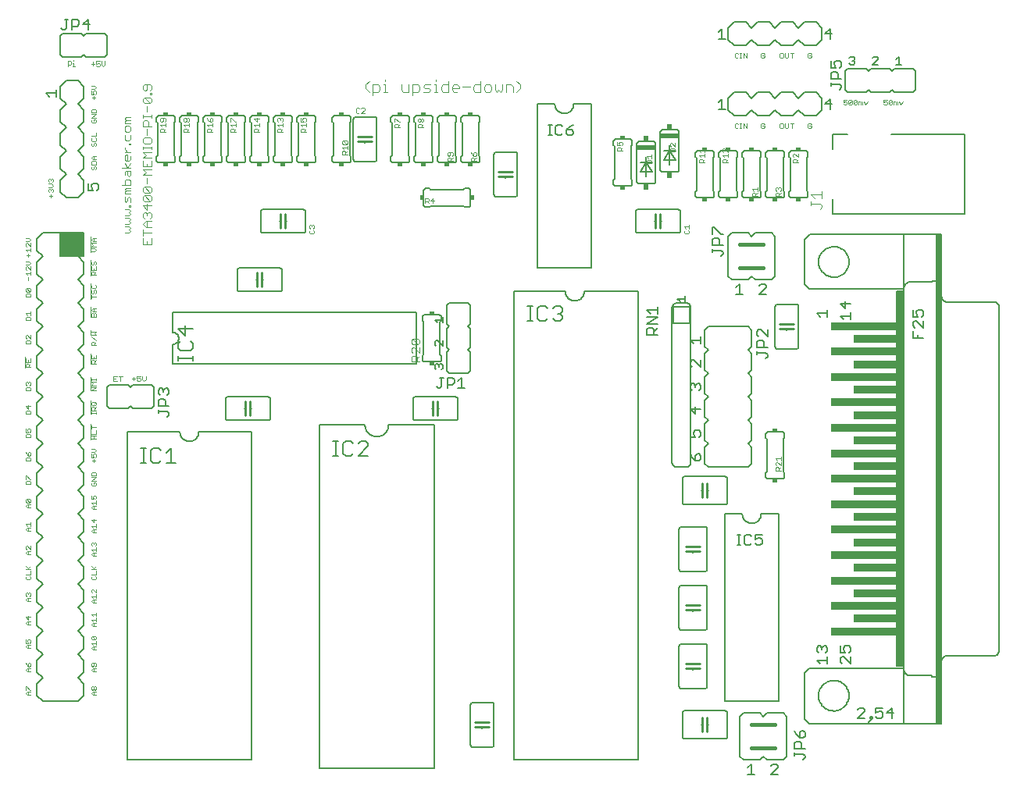
<source format=gto>
G75*
%MOIN*%
%OFA0B0*%
%FSLAX24Y24*%
%IPPOS*%
%LPD*%
%AMOC8*
5,1,8,0,0,1.08239X$1,22.5*
%
%ADD10C,0.0020*%
%ADD11C,0.0160*%
%ADD12C,0.0030*%
%ADD13C,0.0040*%
%ADD14C,0.0060*%
%ADD15C,0.0100*%
%ADD16R,0.0800X0.0200*%
%ADD17R,0.0200X0.0250*%
%ADD18C,0.0070*%
%ADD19C,0.0050*%
%ADD20R,0.0200X0.0150*%
%ADD21R,0.0150X0.0200*%
%ADD22R,0.0300X1.6000*%
%ADD23R,0.0200X2.0900*%
%ADD24R,0.2850X0.0320*%
%ADD25R,0.1850X0.0320*%
%ADD26C,0.0080*%
D10*
X001263Y004448D02*
X001190Y004521D01*
X001263Y004595D01*
X001410Y004595D01*
X001410Y004669D02*
X001373Y004669D01*
X001227Y004816D01*
X001190Y004816D01*
X001190Y004669D01*
X001300Y004595D02*
X001300Y004448D01*
X001263Y004448D02*
X001410Y004448D01*
X001410Y005448D02*
X001263Y005448D01*
X001190Y005521D01*
X001263Y005595D01*
X001410Y005595D01*
X001373Y005669D02*
X001410Y005706D01*
X001410Y005779D01*
X001373Y005816D01*
X001337Y005816D01*
X001300Y005779D01*
X001300Y005669D01*
X001373Y005669D01*
X001300Y005669D02*
X001227Y005742D01*
X001190Y005816D01*
X001300Y005595D02*
X001300Y005448D01*
X001300Y006448D02*
X001300Y006595D01*
X001263Y006595D02*
X001410Y006595D01*
X001373Y006669D02*
X001410Y006706D01*
X001410Y006779D01*
X001373Y006816D01*
X001300Y006816D01*
X001263Y006779D01*
X001263Y006742D01*
X001300Y006669D01*
X001190Y006669D01*
X001190Y006816D01*
X001263Y006595D02*
X001190Y006521D01*
X001263Y006448D01*
X001410Y006448D01*
X001410Y007448D02*
X001263Y007448D01*
X001190Y007521D01*
X001263Y007595D01*
X001410Y007595D01*
X001300Y007595D02*
X001300Y007448D01*
X001300Y007669D02*
X001300Y007816D01*
X001410Y007779D02*
X001190Y007779D01*
X001300Y007669D01*
X001300Y008448D02*
X001300Y008595D01*
X001263Y008595D02*
X001410Y008595D01*
X001373Y008669D02*
X001410Y008706D01*
X001410Y008779D01*
X001373Y008816D01*
X001337Y008816D01*
X001300Y008779D01*
X001300Y008742D01*
X001300Y008779D02*
X001263Y008816D01*
X001227Y008816D01*
X001190Y008779D01*
X001190Y008706D01*
X001227Y008669D01*
X001263Y008595D02*
X001190Y008521D01*
X001263Y008448D01*
X001410Y008448D01*
X001373Y009377D02*
X001227Y009377D01*
X001190Y009414D01*
X001190Y009487D01*
X001227Y009524D01*
X001190Y009598D02*
X001410Y009598D01*
X001410Y009745D01*
X001410Y009819D02*
X001190Y009819D01*
X001300Y009856D02*
X001410Y009966D01*
X001337Y009819D02*
X001190Y009966D01*
X001373Y009524D02*
X001410Y009487D01*
X001410Y009414D01*
X001373Y009377D01*
X001410Y010448D02*
X001263Y010448D01*
X001190Y010521D01*
X001263Y010595D01*
X001410Y010595D01*
X001410Y010669D02*
X001263Y010816D01*
X001227Y010816D01*
X001190Y010779D01*
X001190Y010706D01*
X001227Y010669D01*
X001300Y010595D02*
X001300Y010448D01*
X001410Y010669D02*
X001410Y010816D01*
X001410Y011448D02*
X001263Y011448D01*
X001190Y011521D01*
X001263Y011595D01*
X001410Y011595D01*
X001410Y011669D02*
X001410Y011816D01*
X001410Y011742D02*
X001190Y011742D01*
X001263Y011669D01*
X001300Y011595D02*
X001300Y011448D01*
X001300Y012448D02*
X001300Y012595D01*
X001263Y012595D02*
X001410Y012595D01*
X001373Y012669D02*
X001227Y012816D01*
X001373Y012816D01*
X001410Y012779D01*
X001410Y012706D01*
X001373Y012669D01*
X001227Y012669D01*
X001190Y012706D01*
X001190Y012779D01*
X001227Y012816D01*
X001263Y012595D02*
X001190Y012521D01*
X001263Y012448D01*
X001410Y012448D01*
X001410Y013448D02*
X001190Y013448D01*
X001190Y013558D01*
X001227Y013595D01*
X001373Y013595D01*
X001410Y013558D01*
X001410Y013448D01*
X001410Y013669D02*
X001373Y013669D01*
X001227Y013816D01*
X001190Y013816D01*
X001190Y013669D01*
X001190Y014448D02*
X001190Y014558D01*
X001227Y014595D01*
X001373Y014595D01*
X001410Y014558D01*
X001410Y014448D01*
X001190Y014448D01*
X001300Y014669D02*
X001227Y014742D01*
X001190Y014816D01*
X001300Y014779D02*
X001300Y014669D01*
X001373Y014669D01*
X001410Y014706D01*
X001410Y014779D01*
X001373Y014816D01*
X001337Y014816D01*
X001300Y014779D01*
X001190Y015448D02*
X001410Y015448D01*
X001410Y015558D01*
X001373Y015595D01*
X001227Y015595D01*
X001190Y015558D01*
X001190Y015448D01*
X001190Y015669D02*
X001300Y015669D01*
X001263Y015742D01*
X001263Y015779D01*
X001300Y015816D01*
X001373Y015816D01*
X001410Y015779D01*
X001410Y015706D01*
X001373Y015669D01*
X001190Y015669D02*
X001190Y015816D01*
X001190Y016448D02*
X001190Y016558D01*
X001227Y016595D01*
X001373Y016595D01*
X001410Y016558D01*
X001410Y016448D01*
X001190Y016448D01*
X001300Y016669D02*
X001190Y016779D01*
X001410Y016779D01*
X001300Y016816D02*
X001300Y016669D01*
X001190Y017448D02*
X001410Y017448D01*
X001410Y017558D01*
X001373Y017595D01*
X001227Y017595D01*
X001190Y017558D01*
X001190Y017448D01*
X001227Y017669D02*
X001190Y017706D01*
X001190Y017779D01*
X001227Y017816D01*
X001263Y017816D01*
X001300Y017779D01*
X001337Y017816D01*
X001373Y017816D01*
X001410Y017779D01*
X001410Y017706D01*
X001373Y017669D01*
X001300Y017742D02*
X001300Y017779D01*
X001337Y018448D02*
X001337Y018558D01*
X001300Y018595D01*
X001227Y018595D01*
X001190Y018558D01*
X001190Y018448D01*
X001410Y018448D01*
X001337Y018521D02*
X001410Y018595D01*
X001410Y018669D02*
X001410Y018816D01*
X001300Y018742D02*
X001300Y018669D01*
X001190Y018669D02*
X001410Y018669D01*
X001190Y018669D02*
X001190Y018816D01*
X001150Y018880D02*
X001150Y018438D01*
X001190Y019448D02*
X001190Y019558D01*
X001227Y019595D01*
X001373Y019595D01*
X001410Y019558D01*
X001410Y019448D01*
X001190Y019448D01*
X001227Y019669D02*
X001190Y019706D01*
X001190Y019779D01*
X001227Y019816D01*
X001263Y019816D01*
X001410Y019669D01*
X001410Y019816D01*
X001410Y020448D02*
X001190Y020448D01*
X001190Y020558D01*
X001227Y020595D01*
X001373Y020595D01*
X001410Y020558D01*
X001410Y020448D01*
X001410Y020669D02*
X001410Y020816D01*
X001410Y020742D02*
X001190Y020742D01*
X001263Y020669D01*
X001190Y021448D02*
X001190Y021558D01*
X001227Y021595D01*
X001373Y021595D01*
X001410Y021558D01*
X001410Y021448D01*
X001190Y021448D01*
X001227Y021669D02*
X001190Y021706D01*
X001190Y021779D01*
X001227Y021816D01*
X001373Y021669D01*
X001410Y021706D01*
X001410Y021779D01*
X001373Y021816D01*
X001227Y021816D01*
X001227Y021669D02*
X001373Y021669D01*
X001300Y022156D02*
X001300Y022303D01*
X001263Y022377D02*
X001190Y022450D01*
X001410Y022450D01*
X001410Y022377D02*
X001410Y022524D01*
X001410Y022598D02*
X001263Y022745D01*
X001227Y022745D01*
X001190Y022708D01*
X001190Y022635D01*
X001227Y022598D01*
X001410Y022598D02*
X001410Y022745D01*
X001337Y022819D02*
X001410Y022892D01*
X001337Y022966D01*
X001190Y022966D01*
X001190Y022819D02*
X001337Y022819D01*
X001300Y023156D02*
X001300Y023303D01*
X001263Y023377D02*
X001190Y023450D01*
X001410Y023450D01*
X001410Y023377D02*
X001410Y023524D01*
X001410Y023598D02*
X001263Y023745D01*
X001227Y023745D01*
X001190Y023708D01*
X001190Y023635D01*
X001227Y023598D01*
X001410Y023598D02*
X001410Y023745D01*
X001337Y023819D02*
X001410Y023892D01*
X001337Y023966D01*
X001190Y023966D01*
X001190Y023819D02*
X001337Y023819D01*
X001373Y023229D02*
X001227Y023229D01*
X002260Y025690D02*
X002260Y025837D01*
X002187Y025763D02*
X002333Y025763D01*
X002333Y025911D02*
X002370Y025948D01*
X002370Y026021D01*
X002333Y026058D01*
X002297Y026058D01*
X002260Y026021D01*
X002260Y025984D01*
X002260Y026021D02*
X002223Y026058D01*
X002187Y026058D01*
X002150Y026021D01*
X002150Y025948D01*
X002187Y025911D01*
X002150Y026132D02*
X002297Y026132D01*
X002370Y026205D01*
X002297Y026279D01*
X002150Y026279D01*
X002187Y026353D02*
X002150Y026390D01*
X002150Y026463D01*
X002187Y026500D01*
X002223Y026500D01*
X002260Y026463D01*
X002297Y026500D01*
X002333Y026500D01*
X002370Y026463D01*
X002370Y026390D01*
X002333Y026353D01*
X002260Y026426D02*
X002260Y026463D01*
X003990Y026914D02*
X004027Y026877D01*
X004063Y026877D01*
X004100Y026914D01*
X004100Y026987D01*
X004137Y027024D01*
X004173Y027024D01*
X004210Y026987D01*
X004210Y026914D01*
X004173Y026877D01*
X003990Y026914D02*
X003990Y026987D01*
X004027Y027024D01*
X003990Y027098D02*
X003990Y027208D01*
X004027Y027245D01*
X004173Y027245D01*
X004210Y027208D01*
X004210Y027098D01*
X003990Y027098D01*
X004063Y027319D02*
X003990Y027392D01*
X004063Y027466D01*
X004210Y027466D01*
X004100Y027466D02*
X004100Y027319D01*
X004063Y027319D02*
X004210Y027319D01*
X004173Y027877D02*
X004210Y027914D01*
X004210Y027987D01*
X004173Y028024D01*
X004137Y028024D01*
X004100Y027987D01*
X004100Y027914D01*
X004063Y027877D01*
X004027Y027877D01*
X003990Y027914D01*
X003990Y027987D01*
X004027Y028024D01*
X004027Y028098D02*
X004173Y028098D01*
X004210Y028135D01*
X004210Y028208D01*
X004173Y028245D01*
X004210Y028319D02*
X004210Y028466D01*
X004210Y028319D02*
X003990Y028319D01*
X004027Y028245D02*
X003990Y028208D01*
X003990Y028135D01*
X004027Y028098D01*
X004027Y028877D02*
X004173Y028877D01*
X004210Y028914D01*
X004210Y028987D01*
X004173Y029024D01*
X004100Y029024D01*
X004100Y028950D01*
X004027Y028877D02*
X003990Y028914D01*
X003990Y028987D01*
X004027Y029024D01*
X003990Y029098D02*
X004210Y029245D01*
X003990Y029245D01*
X003990Y029319D02*
X003990Y029429D01*
X004027Y029466D01*
X004173Y029466D01*
X004210Y029429D01*
X004210Y029319D01*
X003990Y029319D01*
X003990Y029098D02*
X004210Y029098D01*
X004100Y029877D02*
X004100Y030024D01*
X004100Y030098D02*
X004063Y030171D01*
X004063Y030208D01*
X004100Y030245D01*
X004173Y030245D01*
X004210Y030208D01*
X004210Y030135D01*
X004173Y030098D01*
X004100Y030098D02*
X003990Y030098D01*
X003990Y030245D01*
X003990Y030319D02*
X004137Y030319D01*
X004210Y030392D01*
X004137Y030466D01*
X003990Y030466D01*
X004027Y029950D02*
X004173Y029950D01*
X004248Y031290D02*
X004211Y031327D01*
X004248Y031290D02*
X004321Y031290D01*
X004358Y031327D01*
X004358Y031400D01*
X004321Y031437D01*
X004284Y031437D01*
X004211Y031400D01*
X004211Y031510D01*
X004358Y031510D01*
X004432Y031510D02*
X004432Y031363D01*
X004505Y031290D01*
X004579Y031363D01*
X004579Y031510D01*
X004137Y031400D02*
X003990Y031400D01*
X004063Y031473D02*
X004063Y031327D01*
X003284Y031290D02*
X003211Y031290D01*
X003248Y031290D02*
X003248Y031437D01*
X003211Y031437D01*
X003248Y031510D02*
X003248Y031547D01*
X003137Y031473D02*
X003137Y031400D01*
X003100Y031363D01*
X002990Y031363D01*
X002990Y031290D02*
X002990Y031510D01*
X003100Y031510D01*
X003137Y031473D01*
X006940Y029042D02*
X006940Y028969D01*
X006977Y028932D01*
X007013Y028932D01*
X007050Y028969D01*
X007050Y029079D01*
X007123Y029079D02*
X006977Y029079D01*
X006940Y029042D01*
X007123Y029079D02*
X007160Y029042D01*
X007160Y028969D01*
X007123Y028932D01*
X007160Y028858D02*
X007160Y028711D01*
X007160Y028784D02*
X006940Y028784D01*
X007013Y028711D01*
X006977Y028637D02*
X007050Y028637D01*
X007087Y028600D01*
X007087Y028490D01*
X007160Y028490D02*
X006940Y028490D01*
X006940Y028600D01*
X006977Y028637D01*
X007087Y028563D02*
X007160Y028637D01*
X007940Y028600D02*
X007940Y028490D01*
X008160Y028490D01*
X008087Y028490D02*
X008087Y028600D01*
X008050Y028637D01*
X007977Y028637D01*
X007940Y028600D01*
X008013Y028711D02*
X007940Y028784D01*
X008160Y028784D01*
X008160Y028711D02*
X008160Y028858D01*
X008123Y028932D02*
X008160Y028969D01*
X008160Y029042D01*
X008123Y029079D01*
X008087Y029079D01*
X008050Y029042D01*
X008050Y028969D01*
X008013Y028932D01*
X007977Y028932D01*
X007940Y028969D01*
X007940Y029042D01*
X007977Y029079D01*
X008013Y029079D01*
X008050Y029042D01*
X008050Y028969D02*
X008087Y028932D01*
X008123Y028932D01*
X008160Y028637D02*
X008087Y028563D01*
X008940Y028600D02*
X008940Y028490D01*
X009160Y028490D01*
X009087Y028490D02*
X009087Y028600D01*
X009050Y028637D01*
X008977Y028637D01*
X008940Y028600D01*
X009013Y028711D02*
X008940Y028784D01*
X009160Y028784D01*
X009160Y028711D02*
X009160Y028858D01*
X009123Y028932D02*
X009160Y028969D01*
X009160Y029042D01*
X009123Y029079D01*
X009087Y029079D01*
X009050Y029042D01*
X009050Y028932D01*
X009123Y028932D01*
X009050Y028932D02*
X008977Y029005D01*
X008940Y029079D01*
X009160Y028637D02*
X009087Y028563D01*
X009940Y028600D02*
X009940Y028490D01*
X010160Y028490D01*
X010087Y028490D02*
X010087Y028600D01*
X010050Y028637D01*
X009977Y028637D01*
X009940Y028600D01*
X010013Y028711D02*
X009940Y028784D01*
X010160Y028784D01*
X010160Y028711D02*
X010160Y028858D01*
X010160Y028932D02*
X010123Y028932D01*
X009977Y029079D01*
X009940Y029079D01*
X009940Y028932D01*
X010160Y028637D02*
X010087Y028563D01*
X010940Y028600D02*
X010940Y028490D01*
X011160Y028490D01*
X011087Y028490D02*
X011087Y028600D01*
X011050Y028637D01*
X010977Y028637D01*
X010940Y028600D01*
X011013Y028711D02*
X010940Y028784D01*
X011160Y028784D01*
X011160Y028711D02*
X011160Y028858D01*
X011050Y028932D02*
X011050Y029079D01*
X011160Y029042D02*
X010940Y029042D01*
X011050Y028932D01*
X011160Y028637D02*
X011087Y028563D01*
X011940Y028600D02*
X011940Y028490D01*
X012160Y028490D01*
X012087Y028490D02*
X012087Y028600D01*
X012050Y028637D01*
X011977Y028637D01*
X011940Y028600D01*
X012013Y028711D02*
X011940Y028784D01*
X012160Y028784D01*
X012160Y028711D02*
X012160Y028858D01*
X012123Y028932D02*
X012160Y028969D01*
X012160Y029042D01*
X012123Y029079D01*
X012087Y029079D01*
X012050Y029042D01*
X012050Y029005D01*
X012050Y029042D02*
X012013Y029079D01*
X011977Y029079D01*
X011940Y029042D01*
X011940Y028969D01*
X011977Y028932D01*
X012160Y028637D02*
X012087Y028563D01*
X012940Y028600D02*
X012940Y028490D01*
X013160Y028490D01*
X013087Y028490D02*
X013087Y028600D01*
X013050Y028637D01*
X012977Y028637D01*
X012940Y028600D01*
X013013Y028711D02*
X012940Y028784D01*
X013160Y028784D01*
X013160Y028711D02*
X013160Y028858D01*
X013123Y028932D02*
X013160Y028969D01*
X013160Y029042D01*
X013123Y029079D01*
X013050Y029079D01*
X013013Y029042D01*
X013013Y029005D01*
X013050Y028932D01*
X012940Y028932D01*
X012940Y029079D01*
X013160Y028637D02*
X013087Y028563D01*
X014700Y028079D02*
X014737Y028116D01*
X014883Y027969D01*
X014920Y028006D01*
X014920Y028079D01*
X014883Y028116D01*
X014737Y028116D01*
X014700Y028079D02*
X014700Y028006D01*
X014737Y027969D01*
X014883Y027969D01*
X014920Y027895D02*
X014920Y027748D01*
X014920Y027821D02*
X014700Y027821D01*
X014773Y027748D01*
X014737Y027674D02*
X014810Y027674D01*
X014847Y027637D01*
X014847Y027527D01*
X014920Y027527D02*
X014700Y027527D01*
X014700Y027637D01*
X014737Y027674D01*
X014847Y027600D02*
X014920Y027674D01*
X015327Y029290D02*
X015400Y029290D01*
X015437Y029327D01*
X015511Y029290D02*
X015658Y029437D01*
X015658Y029473D01*
X015621Y029510D01*
X015548Y029510D01*
X015511Y029473D01*
X015437Y029473D02*
X015400Y029510D01*
X015327Y029510D01*
X015290Y029473D01*
X015290Y029327D01*
X015327Y029290D01*
X015511Y029290D02*
X015658Y029290D01*
X016940Y029058D02*
X016940Y028911D01*
X016977Y028837D02*
X017050Y028837D01*
X017087Y028800D01*
X017087Y028690D01*
X017160Y028690D02*
X016940Y028690D01*
X016940Y028800D01*
X016977Y028837D01*
X017087Y028763D02*
X017160Y028837D01*
X017160Y028911D02*
X017123Y028911D01*
X016977Y029058D01*
X016940Y029058D01*
X017940Y029021D02*
X017977Y029058D01*
X018013Y029058D01*
X018050Y029021D01*
X018050Y028948D01*
X018013Y028911D01*
X017977Y028911D01*
X017940Y028948D01*
X017940Y029021D01*
X018050Y029021D02*
X018087Y029058D01*
X018123Y029058D01*
X018160Y029021D01*
X018160Y028948D01*
X018123Y028911D01*
X018087Y028911D01*
X018050Y028948D01*
X018050Y028837D02*
X017977Y028837D01*
X017940Y028800D01*
X017940Y028690D01*
X018160Y028690D01*
X018087Y028690D02*
X018087Y028800D01*
X018050Y028837D01*
X018087Y028763D02*
X018160Y028837D01*
X019237Y027616D02*
X019200Y027579D01*
X019200Y027506D01*
X019237Y027469D01*
X019273Y027469D01*
X019310Y027506D01*
X019310Y027616D01*
X019383Y027616D02*
X019237Y027616D01*
X019383Y027616D02*
X019420Y027579D01*
X019420Y027506D01*
X019383Y027469D01*
X019420Y027395D02*
X019347Y027321D01*
X019347Y027358D02*
X019347Y027248D01*
X019420Y027248D02*
X019200Y027248D01*
X019200Y027358D01*
X019237Y027395D01*
X019310Y027395D01*
X019347Y027358D01*
X020200Y027358D02*
X020237Y027395D01*
X020310Y027395D01*
X020347Y027358D01*
X020347Y027248D01*
X020420Y027248D02*
X020200Y027248D01*
X020200Y027358D01*
X020347Y027321D02*
X020420Y027395D01*
X020383Y027469D02*
X020420Y027506D01*
X020420Y027579D01*
X020383Y027616D01*
X020347Y027616D01*
X020310Y027579D01*
X020310Y027469D01*
X020383Y027469D01*
X020310Y027469D02*
X020237Y027542D01*
X020200Y027616D01*
X018579Y025660D02*
X018469Y025550D01*
X018616Y025550D01*
X018579Y025440D02*
X018579Y025660D01*
X018395Y025623D02*
X018395Y025550D01*
X018358Y025513D01*
X018248Y025513D01*
X018248Y025440D02*
X018248Y025660D01*
X018358Y025660D01*
X018395Y025623D01*
X018321Y025513D02*
X018395Y025440D01*
X013510Y024479D02*
X013510Y024406D01*
X013473Y024369D01*
X013473Y024295D02*
X013510Y024258D01*
X013510Y024185D01*
X013473Y024148D01*
X013327Y024148D01*
X013290Y024185D01*
X013290Y024258D01*
X013327Y024295D01*
X013327Y024369D02*
X013290Y024406D01*
X013290Y024479D01*
X013327Y024516D01*
X013363Y024516D01*
X013400Y024479D01*
X013437Y024516D01*
X013473Y024516D01*
X013510Y024479D01*
X013400Y024479D02*
X013400Y024442D01*
X006316Y018070D02*
X006316Y017923D01*
X006242Y017850D01*
X006169Y017923D01*
X006169Y018070D01*
X006095Y018070D02*
X005948Y018070D01*
X005948Y017960D01*
X006021Y017997D01*
X006058Y017997D01*
X006095Y017960D01*
X006095Y017887D01*
X006058Y017850D01*
X005985Y017850D01*
X005948Y017887D01*
X005874Y017960D02*
X005727Y017960D01*
X005800Y018033D02*
X005800Y017887D01*
X005316Y018070D02*
X005169Y018070D01*
X005242Y018070D02*
X005242Y017850D01*
X005095Y017850D02*
X004948Y017850D01*
X004948Y018070D01*
X005095Y018070D01*
X005021Y017960D02*
X004948Y017960D01*
X004210Y017966D02*
X004210Y017893D01*
X004210Y017929D02*
X003990Y017929D01*
X003990Y017893D02*
X003990Y017966D01*
X003950Y018030D02*
X003950Y017441D01*
X003990Y017451D02*
X004210Y017597D01*
X003990Y017597D01*
X003990Y017672D02*
X004063Y017745D01*
X003990Y017818D01*
X004210Y017818D01*
X004210Y017672D02*
X003990Y017672D01*
X003990Y017451D02*
X004210Y017451D01*
X004210Y016966D02*
X004137Y016892D01*
X004210Y016856D02*
X004173Y016819D01*
X004027Y016819D01*
X003990Y016856D01*
X003990Y016929D01*
X004027Y016966D01*
X004173Y016966D01*
X004210Y016929D01*
X004210Y016856D01*
X004210Y016745D02*
X004137Y016671D01*
X004137Y016708D02*
X004137Y016598D01*
X004210Y016598D02*
X003990Y016598D01*
X003990Y016708D01*
X004027Y016745D01*
X004100Y016745D01*
X004137Y016708D01*
X004210Y016524D02*
X004210Y016451D01*
X004210Y016487D02*
X003990Y016487D01*
X003990Y016451D02*
X003990Y016524D01*
X003950Y016441D02*
X003950Y017030D01*
X003950Y016030D02*
X003950Y015367D01*
X003990Y015377D02*
X004210Y015377D01*
X004100Y015377D02*
X004100Y015524D01*
X003990Y015524D02*
X004210Y015524D01*
X004210Y015598D02*
X004210Y015745D01*
X004210Y015598D02*
X003990Y015598D01*
X003990Y015819D02*
X003990Y015966D01*
X003990Y015892D02*
X004210Y015892D01*
X004137Y014966D02*
X003990Y014966D01*
X004137Y014966D02*
X004210Y014892D01*
X004137Y014819D01*
X003990Y014819D01*
X003990Y014745D02*
X003990Y014598D01*
X004100Y014598D01*
X004063Y014671D01*
X004063Y014708D01*
X004100Y014745D01*
X004173Y014745D01*
X004210Y014708D01*
X004210Y014635D01*
X004173Y014598D01*
X004100Y014524D02*
X004100Y014377D01*
X004027Y014450D02*
X004173Y014450D01*
X004173Y013966D02*
X004027Y013966D01*
X003990Y013929D01*
X003990Y013819D01*
X004210Y013819D01*
X004210Y013929D01*
X004173Y013966D01*
X004210Y013745D02*
X003990Y013745D01*
X003990Y013598D02*
X004210Y013745D01*
X004210Y013598D02*
X003990Y013598D01*
X004027Y013524D02*
X003990Y013487D01*
X003990Y013414D01*
X004027Y013377D01*
X004173Y013377D01*
X004210Y013414D01*
X004210Y013487D01*
X004173Y013524D01*
X004100Y013524D01*
X004100Y013450D01*
X004100Y012966D02*
X004173Y012966D01*
X004210Y012929D01*
X004210Y012856D01*
X004173Y012819D01*
X004100Y012819D02*
X004063Y012892D01*
X004063Y012929D01*
X004100Y012966D01*
X003990Y012966D02*
X003990Y012819D01*
X004100Y012819D01*
X004210Y012745D02*
X004210Y012598D01*
X004210Y012671D02*
X003990Y012671D01*
X004063Y012598D01*
X004063Y012524D02*
X004210Y012524D01*
X004100Y012524D02*
X004100Y012377D01*
X004063Y012377D02*
X003990Y012450D01*
X004063Y012524D01*
X004063Y012377D02*
X004210Y012377D01*
X004100Y011966D02*
X004100Y011819D01*
X003990Y011929D01*
X004210Y011929D01*
X004210Y011745D02*
X004210Y011598D01*
X004210Y011671D02*
X003990Y011671D01*
X004063Y011598D01*
X004063Y011524D02*
X004210Y011524D01*
X004100Y011524D02*
X004100Y011377D01*
X004063Y011377D02*
X003990Y011450D01*
X004063Y011524D01*
X004063Y011377D02*
X004210Y011377D01*
X004173Y010966D02*
X004210Y010929D01*
X004210Y010856D01*
X004173Y010819D01*
X004210Y010745D02*
X004210Y010598D01*
X004210Y010671D02*
X003990Y010671D01*
X004063Y010598D01*
X004063Y010524D02*
X004210Y010524D01*
X004100Y010524D02*
X004100Y010377D01*
X004063Y010377D02*
X003990Y010450D01*
X004063Y010524D01*
X004063Y010377D02*
X004210Y010377D01*
X004210Y009966D02*
X004100Y009856D01*
X004137Y009819D02*
X003990Y009966D01*
X003990Y009819D02*
X004210Y009819D01*
X004210Y009745D02*
X004210Y009598D01*
X003990Y009598D01*
X004027Y009524D02*
X003990Y009487D01*
X003990Y009414D01*
X004027Y009377D01*
X004173Y009377D01*
X004210Y009414D01*
X004210Y009487D01*
X004173Y009524D01*
X004210Y008966D02*
X004210Y008819D01*
X004063Y008966D01*
X004027Y008966D01*
X003990Y008929D01*
X003990Y008856D01*
X004027Y008819D01*
X003990Y008671D02*
X004210Y008671D01*
X004210Y008598D02*
X004210Y008745D01*
X004063Y008598D02*
X003990Y008671D01*
X004063Y008524D02*
X004210Y008524D01*
X004100Y008524D02*
X004100Y008377D01*
X004063Y008377D02*
X003990Y008450D01*
X004063Y008524D01*
X004063Y008377D02*
X004210Y008377D01*
X004210Y007966D02*
X004210Y007819D01*
X004210Y007892D02*
X003990Y007892D01*
X004063Y007819D01*
X004210Y007745D02*
X004210Y007598D01*
X004210Y007671D02*
X003990Y007671D01*
X004063Y007598D01*
X004063Y007524D02*
X004210Y007524D01*
X004100Y007524D02*
X004100Y007377D01*
X004063Y007377D02*
X003990Y007450D01*
X004063Y007524D01*
X004063Y007377D02*
X004210Y007377D01*
X004173Y006966D02*
X004210Y006929D01*
X004210Y006856D01*
X004173Y006819D01*
X004027Y006966D01*
X004173Y006966D01*
X004027Y006966D02*
X003990Y006929D01*
X003990Y006856D01*
X004027Y006819D01*
X004173Y006819D01*
X004210Y006745D02*
X004210Y006598D01*
X004210Y006671D02*
X003990Y006671D01*
X004063Y006598D01*
X004063Y006524D02*
X004210Y006524D01*
X004100Y006524D02*
X004100Y006377D01*
X004063Y006377D02*
X003990Y006450D01*
X004063Y006524D01*
X004063Y006377D02*
X004210Y006377D01*
X004173Y005816D02*
X004027Y005816D01*
X003990Y005779D01*
X003990Y005706D01*
X004027Y005669D01*
X004063Y005669D01*
X004100Y005706D01*
X004100Y005816D01*
X004173Y005816D02*
X004210Y005779D01*
X004210Y005706D01*
X004173Y005669D01*
X004210Y005595D02*
X004063Y005595D01*
X003990Y005521D01*
X004063Y005448D01*
X004210Y005448D01*
X004100Y005448D02*
X004100Y005595D01*
X004137Y004816D02*
X004173Y004816D01*
X004210Y004779D01*
X004210Y004706D01*
X004173Y004669D01*
X004137Y004669D01*
X004100Y004706D01*
X004100Y004779D01*
X004137Y004816D01*
X004100Y004779D02*
X004063Y004816D01*
X004027Y004816D01*
X003990Y004779D01*
X003990Y004706D01*
X004027Y004669D01*
X004063Y004669D01*
X004100Y004706D01*
X004100Y004595D02*
X004100Y004448D01*
X004063Y004448D02*
X003990Y004521D01*
X004063Y004595D01*
X004210Y004595D01*
X004210Y004448D02*
X004063Y004448D01*
X004027Y010819D02*
X003990Y010856D01*
X003990Y010929D01*
X004027Y010966D01*
X004063Y010966D01*
X004100Y010929D01*
X004137Y010966D01*
X004173Y010966D01*
X004100Y010929D02*
X004100Y010892D01*
X003950Y018588D02*
X003950Y019030D01*
X003990Y018966D02*
X003990Y018819D01*
X004210Y018819D01*
X004210Y018966D01*
X004100Y018892D02*
X004100Y018819D01*
X004100Y018745D02*
X004137Y018708D01*
X004137Y018598D01*
X004210Y018598D02*
X003990Y018598D01*
X003990Y018708D01*
X004027Y018745D01*
X004100Y018745D01*
X004137Y018671D02*
X004210Y018745D01*
X004210Y019377D02*
X003990Y019377D01*
X003990Y019487D01*
X004027Y019524D01*
X004100Y019524D01*
X004137Y019487D01*
X004137Y019377D01*
X004137Y019450D02*
X004210Y019524D01*
X004210Y019598D02*
X003990Y019745D01*
X003990Y019819D02*
X004210Y019819D01*
X004137Y019892D01*
X004210Y019966D01*
X003990Y019966D01*
X003950Y020030D02*
X003950Y019809D01*
X003950Y020588D02*
X003950Y021030D01*
X004063Y020966D02*
X004210Y020966D01*
X004100Y020966D02*
X004100Y020819D01*
X004063Y020819D02*
X003990Y020892D01*
X004063Y020966D01*
X004063Y020819D02*
X004210Y020819D01*
X004173Y020745D02*
X004210Y020708D01*
X004210Y020598D01*
X003990Y020598D01*
X003990Y020708D01*
X004027Y020745D01*
X004063Y020745D01*
X004100Y020708D01*
X004100Y020598D01*
X004100Y020708D02*
X004137Y020745D01*
X004173Y020745D01*
X003990Y021377D02*
X003990Y021524D01*
X003990Y021450D02*
X004210Y021450D01*
X004173Y021598D02*
X004210Y021635D01*
X004210Y021708D01*
X004173Y021745D01*
X004137Y021745D01*
X004100Y021708D01*
X004100Y021635D01*
X004063Y021598D01*
X004027Y021598D01*
X003990Y021635D01*
X003990Y021708D01*
X004027Y021745D01*
X004027Y021819D02*
X004173Y021819D01*
X004210Y021856D01*
X004210Y021929D01*
X004173Y021966D01*
X004027Y021966D02*
X003990Y021929D01*
X003990Y021856D01*
X004027Y021819D01*
X003950Y022030D02*
X003950Y021367D01*
X003950Y022367D02*
X003950Y023030D01*
X004027Y022966D02*
X003990Y022929D01*
X003990Y022856D01*
X004027Y022819D01*
X004063Y022819D01*
X004100Y022856D01*
X004100Y022929D01*
X004137Y022966D01*
X004173Y022966D01*
X004210Y022929D01*
X004210Y022856D01*
X004173Y022819D01*
X004210Y022745D02*
X004210Y022598D01*
X003990Y022598D01*
X003990Y022745D01*
X004100Y022671D02*
X004100Y022598D01*
X004100Y022524D02*
X004137Y022487D01*
X004137Y022377D01*
X004210Y022377D02*
X003990Y022377D01*
X003990Y022487D01*
X004027Y022524D01*
X004100Y022524D01*
X004137Y022450D02*
X004210Y022524D01*
X004137Y023377D02*
X004210Y023450D01*
X004137Y023524D01*
X003990Y023524D01*
X003990Y023598D02*
X004063Y023671D01*
X003990Y023745D01*
X004210Y023745D01*
X004210Y023819D02*
X004063Y023819D01*
X003990Y023892D01*
X004063Y023966D01*
X004210Y023966D01*
X004100Y023966D02*
X004100Y023819D01*
X004210Y023598D02*
X003990Y023598D01*
X003990Y023377D02*
X004137Y023377D01*
X003950Y023367D02*
X003950Y024030D01*
X026440Y027690D02*
X026440Y027800D01*
X026477Y027837D01*
X026550Y027837D01*
X026587Y027800D01*
X026587Y027690D01*
X026660Y027690D02*
X026440Y027690D01*
X026587Y027763D02*
X026660Y027837D01*
X026623Y027911D02*
X026660Y027948D01*
X026660Y028021D01*
X026623Y028058D01*
X026550Y028058D01*
X026513Y028021D01*
X026513Y027984D01*
X026550Y027911D01*
X026440Y027911D01*
X026440Y028058D01*
X027690Y027442D02*
X027910Y027442D01*
X027910Y027369D02*
X027910Y027516D01*
X027763Y027369D02*
X027690Y027442D01*
X027727Y027295D02*
X027690Y027258D01*
X027690Y027148D01*
X027910Y027148D01*
X027910Y027258D01*
X027873Y027295D01*
X027727Y027295D01*
X028690Y027648D02*
X028690Y027758D01*
X028727Y027795D01*
X028873Y027795D01*
X028910Y027758D01*
X028910Y027648D01*
X028690Y027648D01*
X028727Y027869D02*
X028690Y027906D01*
X028690Y027979D01*
X028727Y028016D01*
X028763Y028016D01*
X028910Y027869D01*
X028910Y028016D01*
X029940Y027705D02*
X030160Y027705D01*
X030160Y027632D02*
X030160Y027779D01*
X030013Y027632D02*
X029940Y027705D01*
X029940Y027484D02*
X030160Y027484D01*
X030160Y027411D02*
X030160Y027558D01*
X030013Y027411D02*
X029940Y027484D01*
X029977Y027337D02*
X030050Y027337D01*
X030087Y027300D01*
X030087Y027190D01*
X030160Y027190D02*
X029940Y027190D01*
X029940Y027300D01*
X029977Y027337D01*
X030087Y027263D02*
X030160Y027337D01*
X030940Y027300D02*
X030940Y027190D01*
X031160Y027190D01*
X031087Y027190D02*
X031087Y027300D01*
X031050Y027337D01*
X030977Y027337D01*
X030940Y027300D01*
X031013Y027411D02*
X030940Y027484D01*
X031160Y027484D01*
X031160Y027411D02*
X031160Y027558D01*
X031160Y027632D02*
X031013Y027779D01*
X030977Y027779D01*
X030940Y027742D01*
X030940Y027669D01*
X030977Y027632D01*
X031160Y027632D02*
X031160Y027779D01*
X031160Y027337D02*
X031087Y027263D01*
X031487Y028650D02*
X031561Y028650D01*
X031597Y028687D01*
X031672Y028650D02*
X031745Y028650D01*
X031708Y028650D02*
X031708Y028870D01*
X031672Y028870D02*
X031745Y028870D01*
X031819Y028870D02*
X031966Y028650D01*
X031966Y028870D01*
X031819Y028870D02*
X031819Y028650D01*
X031597Y028833D02*
X031561Y028870D01*
X031487Y028870D01*
X031451Y028833D01*
X031451Y028687D01*
X031487Y028650D01*
X032569Y028687D02*
X032606Y028650D01*
X032679Y028650D01*
X032716Y028687D01*
X032716Y028760D01*
X032642Y028760D01*
X032569Y028833D02*
X032569Y028687D01*
X032569Y028833D02*
X032606Y028870D01*
X032679Y028870D01*
X032716Y028833D01*
X033377Y028833D02*
X033377Y028687D01*
X033414Y028650D01*
X033487Y028650D01*
X033524Y028687D01*
X033524Y028833D01*
X033487Y028870D01*
X033414Y028870D01*
X033377Y028833D01*
X033598Y028870D02*
X033598Y028687D01*
X033635Y028650D01*
X033708Y028650D01*
X033745Y028687D01*
X033745Y028870D01*
X033819Y028870D02*
X033966Y028870D01*
X033892Y028870D02*
X033892Y028650D01*
X034569Y028687D02*
X034606Y028650D01*
X034679Y028650D01*
X034716Y028687D01*
X034716Y028760D01*
X034642Y028760D01*
X034569Y028833D02*
X034569Y028687D01*
X034569Y028833D02*
X034606Y028870D01*
X034679Y028870D01*
X034716Y028833D01*
X034160Y027558D02*
X034160Y027411D01*
X034013Y027558D01*
X033977Y027558D01*
X033940Y027521D01*
X033940Y027448D01*
X033977Y027411D01*
X033977Y027337D02*
X034050Y027337D01*
X034087Y027300D01*
X034087Y027190D01*
X034160Y027190D02*
X033940Y027190D01*
X033940Y027300D01*
X033977Y027337D01*
X034087Y027263D02*
X034160Y027337D01*
X033383Y026116D02*
X033420Y026079D01*
X033420Y026006D01*
X033383Y025969D01*
X033420Y025895D02*
X033347Y025821D01*
X033347Y025858D02*
X033347Y025748D01*
X033420Y025748D02*
X033200Y025748D01*
X033200Y025858D01*
X033237Y025895D01*
X033310Y025895D01*
X033347Y025858D01*
X033237Y025969D02*
X033200Y026006D01*
X033200Y026079D01*
X033237Y026116D01*
X033273Y026116D01*
X033310Y026079D01*
X033347Y026116D01*
X033383Y026116D01*
X033310Y026079D02*
X033310Y026042D01*
X032420Y026042D02*
X032200Y026042D01*
X032273Y025969D01*
X032237Y025895D02*
X032310Y025895D01*
X032347Y025858D01*
X032347Y025748D01*
X032420Y025748D02*
X032200Y025748D01*
X032200Y025858D01*
X032237Y025895D01*
X032347Y025821D02*
X032420Y025895D01*
X032420Y025969D02*
X032420Y026116D01*
X029510Y024516D02*
X029510Y024369D01*
X029510Y024442D02*
X029290Y024442D01*
X029363Y024369D01*
X029327Y024295D02*
X029290Y024258D01*
X029290Y024185D01*
X029327Y024148D01*
X029473Y024148D01*
X029510Y024185D01*
X029510Y024258D01*
X029473Y024295D01*
X036085Y029687D02*
X036122Y029650D01*
X036195Y029650D01*
X036232Y029687D01*
X036232Y029760D01*
X036195Y029797D01*
X036158Y029797D01*
X036085Y029760D01*
X036085Y029870D01*
X036232Y029870D01*
X036306Y029833D02*
X036343Y029870D01*
X036416Y029870D01*
X036453Y029833D01*
X036306Y029687D01*
X036343Y029650D01*
X036416Y029650D01*
X036453Y029687D01*
X036453Y029833D01*
X036527Y029833D02*
X036564Y029870D01*
X036637Y029870D01*
X036674Y029833D01*
X036527Y029687D01*
X036564Y029650D01*
X036637Y029650D01*
X036674Y029687D01*
X036674Y029833D01*
X036748Y029797D02*
X036785Y029797D01*
X036821Y029760D01*
X036858Y029797D01*
X036895Y029760D01*
X036895Y029650D01*
X036821Y029650D02*
X036821Y029760D01*
X036748Y029797D02*
X036748Y029650D01*
X036527Y029687D02*
X036527Y029833D01*
X036306Y029833D02*
X036306Y029687D01*
X036969Y029797D02*
X037042Y029650D01*
X037116Y029797D01*
X037806Y029760D02*
X037879Y029797D01*
X037916Y029797D01*
X037953Y029760D01*
X037953Y029687D01*
X037916Y029650D01*
X037843Y029650D01*
X037806Y029687D01*
X037806Y029760D02*
X037806Y029870D01*
X037953Y029870D01*
X038027Y029833D02*
X038064Y029870D01*
X038137Y029870D01*
X038174Y029833D01*
X038027Y029687D01*
X038064Y029650D01*
X038137Y029650D01*
X038174Y029687D01*
X038174Y029833D01*
X038248Y029797D02*
X038285Y029797D01*
X038321Y029760D01*
X038358Y029797D01*
X038395Y029760D01*
X038395Y029650D01*
X038321Y029650D02*
X038321Y029760D01*
X038248Y029797D02*
X038248Y029650D01*
X038027Y029687D02*
X038027Y029833D01*
X038469Y029797D02*
X038542Y029650D01*
X038616Y029797D01*
X034716Y031687D02*
X034716Y031760D01*
X034642Y031760D01*
X034569Y031833D02*
X034569Y031687D01*
X034606Y031650D01*
X034679Y031650D01*
X034716Y031687D01*
X034716Y031833D02*
X034679Y031870D01*
X034606Y031870D01*
X034569Y031833D01*
X033966Y031870D02*
X033819Y031870D01*
X033892Y031870D02*
X033892Y031650D01*
X033745Y031687D02*
X033745Y031870D01*
X033598Y031870D02*
X033598Y031687D01*
X033635Y031650D01*
X033708Y031650D01*
X033745Y031687D01*
X033524Y031687D02*
X033524Y031833D01*
X033487Y031870D01*
X033414Y031870D01*
X033377Y031833D01*
X033377Y031687D01*
X033414Y031650D01*
X033487Y031650D01*
X033524Y031687D01*
X032716Y031687D02*
X032716Y031760D01*
X032642Y031760D01*
X032569Y031687D02*
X032606Y031650D01*
X032679Y031650D01*
X032716Y031687D01*
X032716Y031833D02*
X032679Y031870D01*
X032606Y031870D01*
X032569Y031833D01*
X032569Y031687D01*
X031966Y031650D02*
X031966Y031870D01*
X031819Y031870D02*
X031966Y031650D01*
X031819Y031650D02*
X031819Y031870D01*
X031745Y031870D02*
X031672Y031870D01*
X031708Y031870D02*
X031708Y031650D01*
X031672Y031650D02*
X031745Y031650D01*
X031597Y031687D02*
X031561Y031650D01*
X031487Y031650D01*
X031451Y031687D01*
X031451Y031833D01*
X031487Y031870D01*
X031561Y031870D01*
X031597Y031833D01*
X033420Y014616D02*
X033420Y014469D01*
X033420Y014542D02*
X033200Y014542D01*
X033273Y014469D01*
X033273Y014395D02*
X033237Y014395D01*
X033200Y014358D01*
X033200Y014285D01*
X033237Y014248D01*
X033237Y014174D02*
X033310Y014174D01*
X033347Y014137D01*
X033347Y014027D01*
X033420Y014027D02*
X033200Y014027D01*
X033200Y014137D01*
X033237Y014174D01*
X033347Y014100D02*
X033420Y014174D01*
X033420Y014248D02*
X033273Y014395D01*
X033420Y014395D02*
X033420Y014248D01*
D11*
X032680Y022680D02*
X031680Y022680D01*
X031680Y023680D02*
X032680Y023680D01*
X032180Y003180D02*
X033180Y003180D01*
X033180Y002180D02*
X032180Y002180D01*
D12*
X006565Y023695D02*
X006195Y023695D01*
X006195Y023942D01*
X006195Y024063D02*
X006195Y024310D01*
X006195Y024187D02*
X006565Y024187D01*
X006565Y024432D02*
X006318Y024432D01*
X006195Y024555D01*
X006318Y024679D01*
X006565Y024679D01*
X006503Y024800D02*
X006565Y024862D01*
X006565Y024985D01*
X006503Y025047D01*
X006442Y025047D01*
X006380Y024985D01*
X006380Y024923D01*
X006380Y024985D02*
X006318Y025047D01*
X006256Y025047D01*
X006195Y024985D01*
X006195Y024862D01*
X006256Y024800D01*
X006380Y024679D02*
X006380Y024432D01*
X005665Y024380D02*
X005603Y024442D01*
X005418Y024442D01*
X005418Y024563D02*
X005603Y024563D01*
X005665Y024625D01*
X005603Y024687D01*
X005665Y024748D01*
X005603Y024810D01*
X005418Y024810D01*
X005418Y024932D02*
X005603Y024932D01*
X005665Y024993D01*
X005603Y025055D01*
X005665Y025117D01*
X005603Y025179D01*
X005418Y025179D01*
X005603Y025300D02*
X005603Y025362D01*
X005665Y025362D01*
X005665Y025300D01*
X005603Y025300D01*
X005665Y025484D02*
X005665Y025669D01*
X005603Y025731D01*
X005542Y025669D01*
X005542Y025546D01*
X005480Y025484D01*
X005418Y025546D01*
X005418Y025731D01*
X005418Y025852D02*
X005418Y025914D01*
X005480Y025976D01*
X005418Y026038D01*
X005480Y026099D01*
X005665Y026099D01*
X005665Y026221D02*
X005295Y026221D01*
X005418Y026221D02*
X005418Y026406D01*
X005480Y026468D01*
X005603Y026468D01*
X005665Y026406D01*
X005665Y026221D01*
X005665Y025976D02*
X005480Y025976D01*
X005418Y025852D02*
X005665Y025852D01*
X006195Y025967D02*
X006195Y026090D01*
X006256Y026152D01*
X006503Y025905D01*
X006565Y025967D01*
X006565Y026090D01*
X006503Y026152D01*
X006256Y026152D01*
X006380Y026273D02*
X006380Y026520D01*
X006565Y026642D02*
X006195Y026642D01*
X006318Y026765D01*
X006195Y026888D01*
X006565Y026888D01*
X006565Y027010D02*
X006565Y027257D01*
X006565Y027378D02*
X006195Y027378D01*
X006318Y027502D01*
X006195Y027625D01*
X006565Y027625D01*
X006565Y027746D02*
X006565Y027870D01*
X006565Y027808D02*
X006195Y027808D01*
X006195Y027746D02*
X006195Y027870D01*
X006256Y027992D02*
X006503Y027992D01*
X006565Y028054D01*
X006565Y028177D01*
X006503Y028239D01*
X006256Y028239D01*
X006195Y028177D01*
X006195Y028054D01*
X006256Y027992D01*
X006380Y028360D02*
X006380Y028607D01*
X006442Y028729D02*
X006442Y028914D01*
X006380Y028976D01*
X006256Y028976D01*
X006195Y028914D01*
X006195Y028729D01*
X006565Y028729D01*
X006565Y029097D02*
X006565Y029220D01*
X006565Y029159D02*
X006195Y029159D01*
X006195Y029220D02*
X006195Y029097D01*
X006380Y029342D02*
X006380Y029589D01*
X006503Y029711D02*
X006256Y029958D01*
X006503Y029958D01*
X006565Y029896D01*
X006565Y029773D01*
X006503Y029711D01*
X006256Y029711D01*
X006195Y029773D01*
X006195Y029896D01*
X006256Y029958D01*
X006503Y030079D02*
X006503Y030141D01*
X006565Y030141D01*
X006565Y030079D01*
X006503Y030079D01*
X006503Y030263D02*
X006565Y030325D01*
X006565Y030448D01*
X006503Y030510D01*
X006256Y030510D01*
X006195Y030448D01*
X006195Y030325D01*
X006256Y030263D01*
X006318Y030263D01*
X006380Y030325D01*
X006380Y030510D01*
X005665Y029107D02*
X005480Y029107D01*
X005418Y029045D01*
X005480Y028984D01*
X005665Y028984D01*
X005665Y028860D02*
X005418Y028860D01*
X005418Y028922D01*
X005480Y028984D01*
X005480Y028739D02*
X005418Y028677D01*
X005418Y028554D01*
X005480Y028492D01*
X005603Y028492D01*
X005665Y028554D01*
X005665Y028677D01*
X005603Y028739D01*
X005480Y028739D01*
X005418Y028371D02*
X005418Y028185D01*
X005480Y028124D01*
X005603Y028124D01*
X005665Y028185D01*
X005665Y028371D01*
X005665Y028001D02*
X005665Y027940D01*
X005603Y027940D01*
X005603Y028001D01*
X005665Y028001D01*
X005418Y027818D02*
X005418Y027756D01*
X005542Y027633D01*
X005542Y027511D02*
X005542Y027264D01*
X005603Y027264D02*
X005480Y027264D01*
X005418Y027326D01*
X005418Y027449D01*
X005480Y027511D01*
X005542Y027511D01*
X005665Y027449D02*
X005665Y027326D01*
X005603Y027264D01*
X005665Y027143D02*
X005542Y026957D01*
X005418Y027143D01*
X005295Y026957D02*
X005665Y026957D01*
X005665Y026836D02*
X005480Y026836D01*
X005418Y026774D01*
X005418Y026651D01*
X005542Y026651D02*
X005542Y026836D01*
X005665Y026836D02*
X005665Y026651D01*
X005603Y026589D01*
X005542Y026651D01*
X006195Y027010D02*
X006195Y027257D01*
X006380Y027133D02*
X006380Y027010D01*
X006195Y027010D02*
X006565Y027010D01*
X005665Y027633D02*
X005418Y027633D01*
X006195Y025967D02*
X006256Y025905D01*
X006503Y025905D01*
X006503Y025783D02*
X006256Y025783D01*
X006503Y025537D01*
X006565Y025598D01*
X006565Y025722D01*
X006503Y025783D01*
X006503Y025537D02*
X006256Y025537D01*
X006195Y025598D01*
X006195Y025722D01*
X006256Y025783D01*
X006380Y025415D02*
X006380Y025168D01*
X006195Y025353D01*
X006565Y025353D01*
X005665Y024380D02*
X005603Y024318D01*
X005665Y024257D01*
X005603Y024195D01*
X005418Y024195D01*
X006380Y023818D02*
X006380Y023695D01*
X006565Y023695D02*
X006565Y023942D01*
D13*
X015700Y030353D02*
X015853Y030200D01*
X016007Y030200D02*
X016237Y030200D01*
X016314Y030277D01*
X016314Y030430D01*
X016237Y030507D01*
X016007Y030507D01*
X016007Y030047D01*
X015700Y030353D02*
X015700Y030507D01*
X015853Y030660D01*
X016467Y030507D02*
X016544Y030507D01*
X016544Y030200D01*
X016467Y030200D02*
X016621Y030200D01*
X016544Y030660D02*
X016544Y030737D01*
X017235Y030507D02*
X017235Y030277D01*
X017311Y030200D01*
X017542Y030200D01*
X017542Y030507D01*
X017695Y030507D02*
X017695Y030047D01*
X017695Y030200D02*
X017925Y030200D01*
X018002Y030277D01*
X018002Y030430D01*
X017925Y030507D01*
X017695Y030507D01*
X018155Y030430D02*
X018232Y030507D01*
X018462Y030507D01*
X018616Y030507D02*
X018693Y030507D01*
X018693Y030200D01*
X018769Y030200D02*
X018616Y030200D01*
X018462Y030277D02*
X018386Y030353D01*
X018232Y030353D01*
X018155Y030430D01*
X018155Y030200D02*
X018386Y030200D01*
X018462Y030277D01*
X018693Y030660D02*
X018693Y030737D01*
X018999Y030507D02*
X019230Y030507D01*
X019230Y030660D02*
X019230Y030200D01*
X018999Y030200D01*
X018923Y030277D01*
X018923Y030430D01*
X018999Y030507D01*
X019383Y030430D02*
X019383Y030277D01*
X019460Y030200D01*
X019613Y030200D01*
X019690Y030353D02*
X019383Y030353D01*
X019383Y030430D02*
X019460Y030507D01*
X019613Y030507D01*
X019690Y030430D01*
X019690Y030353D01*
X019844Y030430D02*
X020150Y030430D01*
X020304Y030430D02*
X020381Y030507D01*
X020611Y030507D01*
X020611Y030660D02*
X020611Y030200D01*
X020381Y030200D01*
X020304Y030277D01*
X020304Y030430D01*
X020764Y030430D02*
X020764Y030277D01*
X020841Y030200D01*
X020995Y030200D01*
X021071Y030277D01*
X021071Y030430D01*
X020995Y030507D01*
X020841Y030507D01*
X020764Y030430D01*
X021225Y030507D02*
X021225Y030277D01*
X021301Y030200D01*
X021378Y030277D01*
X021455Y030200D01*
X021532Y030277D01*
X021532Y030507D01*
X021685Y030507D02*
X021915Y030507D01*
X021992Y030430D01*
X021992Y030200D01*
X022145Y030200D02*
X022299Y030353D01*
X022299Y030507D01*
X022145Y030660D01*
X021685Y030507D02*
X021685Y030200D01*
X017942Y019652D02*
X018000Y019593D01*
X018000Y019477D01*
X017942Y019418D01*
X017708Y019652D01*
X017942Y019652D01*
X017942Y019418D02*
X017708Y019418D01*
X017650Y019477D01*
X017650Y019593D01*
X017708Y019652D01*
X017708Y019293D02*
X017650Y019234D01*
X017650Y019117D01*
X017708Y019059D01*
X017708Y018934D02*
X017825Y018934D01*
X017883Y018875D01*
X017883Y018700D01*
X017883Y018817D02*
X018000Y018934D01*
X018000Y019059D02*
X017766Y019293D01*
X017708Y019293D01*
X018000Y019293D02*
X018000Y019059D01*
X017708Y018934D02*
X017650Y018875D01*
X017650Y018700D01*
X018000Y018700D01*
X034700Y025353D02*
X034700Y025507D01*
X034700Y025430D02*
X035083Y025430D01*
X035160Y025353D01*
X035160Y025277D01*
X035083Y025200D01*
X035160Y025660D02*
X035160Y025967D01*
X035160Y025814D02*
X034700Y025814D01*
X034853Y025660D01*
D14*
X001930Y004180D02*
X001680Y004430D01*
X001680Y004930D01*
X001930Y005180D01*
X001680Y005430D01*
X001680Y005930D01*
X001930Y006180D01*
X001680Y006430D01*
X001680Y006930D01*
X001930Y007180D01*
X001680Y007430D01*
X001680Y007930D01*
X001930Y008180D01*
X001680Y008430D01*
X001680Y008930D01*
X001930Y009180D01*
X001680Y009430D01*
X001680Y009930D01*
X001930Y010180D01*
X001680Y010430D01*
X001680Y010930D01*
X001930Y011180D01*
X001680Y011430D01*
X001680Y011930D01*
X001930Y012180D01*
X001680Y012430D01*
X001680Y012930D01*
X001930Y013180D01*
X001680Y013430D01*
X001680Y013930D01*
X001930Y014180D01*
X001680Y014430D01*
X001680Y014930D01*
X001930Y015180D01*
X001680Y015430D01*
X001680Y015930D01*
X001930Y016180D01*
X001680Y016430D01*
X001680Y016930D01*
X001930Y017180D01*
X001680Y017430D01*
X001680Y017930D01*
X001930Y018180D01*
X001680Y018430D01*
X001680Y018930D01*
X001930Y019180D01*
X001680Y019430D01*
X001680Y019930D01*
X001930Y020180D01*
X001680Y020430D01*
X001680Y020930D01*
X001930Y021180D01*
X001680Y021430D01*
X001680Y021930D01*
X001930Y022180D01*
X001680Y022430D01*
X001680Y022930D01*
X001930Y023180D01*
X001680Y023430D01*
X001680Y023930D01*
X001930Y024180D01*
X003430Y024180D01*
X003680Y023930D01*
X003680Y023430D01*
X003430Y023180D01*
X003680Y022930D01*
X003680Y022430D01*
X003430Y022180D01*
X003680Y021930D01*
X003680Y021430D01*
X003430Y021180D01*
X003680Y020930D01*
X003680Y020430D01*
X003430Y020180D01*
X003680Y019930D01*
X003680Y019430D01*
X003430Y019180D01*
X003680Y018930D01*
X003680Y018430D01*
X003430Y018180D01*
X003680Y017930D01*
X003680Y017430D01*
X003430Y017180D01*
X003680Y016930D01*
X003680Y016430D01*
X003430Y016180D01*
X003680Y015930D01*
X003680Y015430D01*
X003430Y015180D01*
X003680Y014930D01*
X003680Y014430D01*
X003430Y014180D01*
X003680Y013930D01*
X003680Y013430D01*
X003430Y013180D01*
X003680Y012930D01*
X003680Y012430D01*
X003430Y012180D01*
X003680Y011930D01*
X003680Y011430D01*
X003430Y011180D01*
X003680Y010930D01*
X003680Y010430D01*
X003430Y010180D01*
X003680Y009930D01*
X003680Y009430D01*
X003430Y009180D01*
X003680Y008930D01*
X003680Y008430D01*
X003430Y008180D01*
X003680Y007930D01*
X003680Y007430D01*
X003430Y007180D01*
X003680Y006930D01*
X003680Y006430D01*
X003430Y006180D01*
X003680Y005930D01*
X003680Y005430D01*
X003430Y005180D01*
X003680Y004930D01*
X003680Y004430D01*
X003430Y004180D01*
X001930Y004180D01*
X005530Y001680D02*
X010830Y001680D01*
X010830Y015680D01*
X008580Y015680D01*
X008578Y015641D01*
X008572Y015602D01*
X008563Y015564D01*
X008550Y015527D01*
X008533Y015491D01*
X008513Y015458D01*
X008489Y015426D01*
X008463Y015397D01*
X008434Y015371D01*
X008402Y015347D01*
X008369Y015327D01*
X008333Y015310D01*
X008296Y015297D01*
X008258Y015288D01*
X008219Y015282D01*
X008180Y015280D01*
X008141Y015282D01*
X008102Y015288D01*
X008064Y015297D01*
X008027Y015310D01*
X007991Y015327D01*
X007958Y015347D01*
X007926Y015371D01*
X007897Y015397D01*
X007871Y015426D01*
X007847Y015458D01*
X007827Y015491D01*
X007810Y015527D01*
X007797Y015564D01*
X007788Y015602D01*
X007782Y015641D01*
X007780Y015680D01*
X005530Y015680D01*
X005530Y001680D01*
X013730Y001330D02*
X013730Y015980D01*
X015680Y015980D01*
X015682Y015936D01*
X015688Y015893D01*
X015697Y015851D01*
X015710Y015809D01*
X015727Y015769D01*
X015747Y015730D01*
X015770Y015693D01*
X015797Y015659D01*
X015826Y015626D01*
X015859Y015597D01*
X015893Y015570D01*
X015930Y015547D01*
X015969Y015527D01*
X016009Y015510D01*
X016051Y015497D01*
X016093Y015488D01*
X016136Y015482D01*
X016180Y015480D01*
X016224Y015482D01*
X016267Y015488D01*
X016309Y015497D01*
X016351Y015510D01*
X016391Y015527D01*
X016430Y015547D01*
X016467Y015570D01*
X016501Y015597D01*
X016534Y015626D01*
X016563Y015659D01*
X016590Y015693D01*
X016613Y015730D01*
X016633Y015769D01*
X016650Y015809D01*
X016663Y015851D01*
X016672Y015893D01*
X016678Y015936D01*
X016680Y015980D01*
X018630Y015980D01*
X018630Y001330D01*
X013730Y001330D01*
X020180Y002330D02*
X020180Y004030D01*
X020182Y004047D01*
X020186Y004064D01*
X020193Y004080D01*
X020203Y004094D01*
X020216Y004107D01*
X020230Y004117D01*
X020246Y004124D01*
X020263Y004128D01*
X020280Y004130D01*
X021080Y004130D01*
X021097Y004128D01*
X021114Y004124D01*
X021130Y004117D01*
X021144Y004107D01*
X021157Y004094D01*
X021167Y004080D01*
X021174Y004064D01*
X021178Y004047D01*
X021180Y004030D01*
X021180Y002330D01*
X021178Y002313D01*
X021174Y002296D01*
X021167Y002280D01*
X021157Y002266D01*
X021144Y002253D01*
X021130Y002243D01*
X021114Y002236D01*
X021097Y002232D01*
X021080Y002230D01*
X020280Y002230D01*
X020263Y002232D01*
X020246Y002236D01*
X020230Y002243D01*
X020216Y002253D01*
X020203Y002266D01*
X020193Y002280D01*
X020186Y002296D01*
X020182Y002313D01*
X020180Y002330D01*
X020680Y003030D02*
X020680Y003080D01*
X020680Y003280D02*
X020680Y003330D01*
X022030Y001680D02*
X027330Y001680D01*
X027330Y021680D01*
X025030Y021680D01*
X025028Y021641D01*
X025022Y021602D01*
X025013Y021564D01*
X025000Y021527D01*
X024983Y021491D01*
X024963Y021458D01*
X024939Y021426D01*
X024913Y021397D01*
X024884Y021371D01*
X024852Y021347D01*
X024819Y021327D01*
X024783Y021310D01*
X024746Y021297D01*
X024708Y021288D01*
X024669Y021282D01*
X024630Y021280D01*
X024591Y021282D01*
X024552Y021288D01*
X024514Y021297D01*
X024477Y021310D01*
X024441Y021327D01*
X024408Y021347D01*
X024376Y021371D01*
X024347Y021397D01*
X024321Y021426D01*
X024297Y021458D01*
X024277Y021491D01*
X024260Y021527D01*
X024247Y021564D01*
X024238Y021602D01*
X024232Y021641D01*
X024230Y021680D01*
X022030Y021680D01*
X022030Y001680D01*
X029080Y004830D02*
X029080Y006530D01*
X029082Y006547D01*
X029086Y006564D01*
X029093Y006580D01*
X029103Y006594D01*
X029116Y006607D01*
X029130Y006617D01*
X029146Y006624D01*
X029163Y006628D01*
X029180Y006630D01*
X030180Y006630D01*
X030197Y006628D01*
X030214Y006624D01*
X030230Y006617D01*
X030244Y006607D01*
X030257Y006594D01*
X030267Y006580D01*
X030274Y006564D01*
X030278Y006547D01*
X030280Y006530D01*
X030280Y004830D01*
X030278Y004813D01*
X030274Y004796D01*
X030267Y004780D01*
X030257Y004766D01*
X030244Y004753D01*
X030230Y004743D01*
X030214Y004736D01*
X030197Y004732D01*
X030180Y004730D01*
X029180Y004730D01*
X029163Y004732D01*
X029146Y004736D01*
X029130Y004743D01*
X029116Y004753D01*
X029103Y004766D01*
X029093Y004780D01*
X029086Y004796D01*
X029082Y004813D01*
X029080Y004830D01*
X029680Y005530D02*
X029680Y005580D01*
X029680Y005780D02*
X029680Y005830D01*
X030180Y007230D02*
X029180Y007230D01*
X029163Y007232D01*
X029146Y007236D01*
X029130Y007243D01*
X029116Y007253D01*
X029103Y007266D01*
X029093Y007280D01*
X029086Y007296D01*
X029082Y007313D01*
X029080Y007330D01*
X029080Y009030D01*
X029082Y009047D01*
X029086Y009064D01*
X029093Y009080D01*
X029103Y009094D01*
X029116Y009107D01*
X029130Y009117D01*
X029146Y009124D01*
X029163Y009128D01*
X029180Y009130D01*
X030180Y009130D01*
X030197Y009128D01*
X030214Y009124D01*
X030230Y009117D01*
X030244Y009107D01*
X030257Y009094D01*
X030267Y009080D01*
X030274Y009064D01*
X030278Y009047D01*
X030280Y009030D01*
X030280Y007330D01*
X030278Y007313D01*
X030274Y007296D01*
X030267Y007280D01*
X030257Y007266D01*
X030244Y007253D01*
X030230Y007243D01*
X030214Y007236D01*
X030197Y007232D01*
X030180Y007230D01*
X029680Y008030D02*
X029680Y008080D01*
X029680Y008280D02*
X029680Y008330D01*
X030180Y009730D02*
X029180Y009730D01*
X029163Y009732D01*
X029146Y009736D01*
X029130Y009743D01*
X029116Y009753D01*
X029103Y009766D01*
X029093Y009780D01*
X029086Y009796D01*
X029082Y009813D01*
X029080Y009830D01*
X029080Y011530D01*
X029082Y011547D01*
X029086Y011564D01*
X029093Y011580D01*
X029103Y011594D01*
X029116Y011607D01*
X029130Y011617D01*
X029146Y011624D01*
X029163Y011628D01*
X029180Y011630D01*
X030180Y011630D01*
X030197Y011628D01*
X030214Y011624D01*
X030230Y011617D01*
X030244Y011607D01*
X030257Y011594D01*
X030267Y011580D01*
X030274Y011564D01*
X030278Y011547D01*
X030280Y011530D01*
X030280Y009830D01*
X030278Y009813D01*
X030274Y009796D01*
X030267Y009780D01*
X030257Y009766D01*
X030244Y009753D01*
X030230Y009743D01*
X030214Y009736D01*
X030197Y009732D01*
X030180Y009730D01*
X029680Y010530D02*
X029680Y010580D01*
X029680Y010780D02*
X029680Y010830D01*
X031030Y012180D02*
X031780Y012180D01*
X031782Y012141D01*
X031788Y012102D01*
X031797Y012064D01*
X031810Y012027D01*
X031827Y011991D01*
X031847Y011958D01*
X031871Y011926D01*
X031897Y011897D01*
X031926Y011871D01*
X031958Y011847D01*
X031991Y011827D01*
X032027Y011810D01*
X032064Y011797D01*
X032102Y011788D01*
X032141Y011782D01*
X032180Y011780D01*
X032219Y011782D01*
X032258Y011788D01*
X032296Y011797D01*
X032333Y011810D01*
X032369Y011827D01*
X032402Y011847D01*
X032434Y011871D01*
X032463Y011897D01*
X032489Y011926D01*
X032513Y011958D01*
X032533Y011991D01*
X032550Y012027D01*
X032563Y012064D01*
X032572Y012102D01*
X032578Y012141D01*
X032580Y012180D01*
X033330Y012180D01*
X033330Y004180D01*
X031030Y004180D01*
X031030Y012180D01*
X031030Y012580D02*
X029330Y012580D01*
X029313Y012582D01*
X029296Y012586D01*
X029280Y012593D01*
X029266Y012603D01*
X029253Y012616D01*
X029243Y012630D01*
X029236Y012646D01*
X029232Y012663D01*
X029230Y012680D01*
X029230Y013680D01*
X029232Y013697D01*
X029236Y013714D01*
X029243Y013730D01*
X029253Y013744D01*
X029266Y013757D01*
X029280Y013767D01*
X029296Y013774D01*
X029313Y013778D01*
X029330Y013780D01*
X031030Y013780D01*
X031047Y013778D01*
X031064Y013774D01*
X031080Y013767D01*
X031094Y013757D01*
X031107Y013744D01*
X031117Y013730D01*
X031124Y013714D01*
X031128Y013697D01*
X031130Y013680D01*
X031130Y012680D01*
X031128Y012663D01*
X031124Y012646D01*
X031117Y012630D01*
X031107Y012616D01*
X031094Y012603D01*
X031080Y012593D01*
X031064Y012586D01*
X031047Y012582D01*
X031030Y012580D01*
X030330Y013180D02*
X030280Y013180D01*
X030080Y013180D02*
X030030Y013180D01*
X030330Y014180D02*
X030180Y014330D01*
X030180Y015030D01*
X030330Y015180D01*
X030180Y015330D01*
X030180Y016030D01*
X030330Y016180D01*
X030180Y016330D01*
X030180Y017030D01*
X030330Y017180D01*
X030180Y017330D01*
X030180Y018030D01*
X030330Y018180D01*
X030180Y018330D01*
X030180Y019030D01*
X030330Y019180D01*
X030180Y019330D01*
X030180Y020030D01*
X030330Y020180D01*
X032030Y020180D01*
X032180Y020030D01*
X032180Y019330D01*
X032030Y019180D01*
X032180Y019030D01*
X032180Y018330D01*
X032030Y018180D01*
X032180Y018030D01*
X032180Y017330D01*
X032030Y017180D01*
X032180Y017030D01*
X032180Y016330D01*
X032030Y016180D01*
X032180Y016030D01*
X032180Y015330D01*
X032030Y015180D01*
X032180Y015030D01*
X032180Y014330D01*
X032030Y014180D01*
X030330Y014180D01*
X029580Y014380D02*
X029580Y020980D01*
X029530Y021030D02*
X028830Y021030D01*
X028830Y020330D01*
X029530Y020330D01*
X029530Y021030D01*
X029580Y020980D02*
X029578Y021006D01*
X029573Y021032D01*
X029565Y021057D01*
X029553Y021080D01*
X029539Y021102D01*
X029521Y021121D01*
X029502Y021139D01*
X029480Y021153D01*
X029457Y021165D01*
X029432Y021173D01*
X029406Y021178D01*
X029380Y021180D01*
X028980Y021180D01*
X028954Y021178D01*
X028928Y021173D01*
X028903Y021165D01*
X028880Y021153D01*
X028858Y021139D01*
X028839Y021121D01*
X028821Y021102D01*
X028807Y021080D01*
X028795Y021057D01*
X028787Y021032D01*
X028782Y021006D01*
X028780Y020980D01*
X028780Y014380D01*
X028782Y014354D01*
X028787Y014328D01*
X028795Y014303D01*
X028807Y014280D01*
X028821Y014258D01*
X028839Y014239D01*
X028858Y014221D01*
X028880Y014207D01*
X028903Y014195D01*
X028928Y014187D01*
X028954Y014182D01*
X028980Y014180D01*
X029380Y014180D01*
X029406Y014182D01*
X029432Y014187D01*
X029457Y014195D01*
X029480Y014207D01*
X029502Y014221D01*
X029521Y014239D01*
X029539Y014258D01*
X029553Y014280D01*
X029565Y014303D01*
X029573Y014328D01*
X029578Y014354D01*
X029580Y014380D01*
X032780Y013930D02*
X032780Y013780D01*
X032782Y013763D01*
X032786Y013746D01*
X032793Y013730D01*
X032803Y013716D01*
X032816Y013703D01*
X032830Y013693D01*
X032846Y013686D01*
X032863Y013682D01*
X032880Y013680D01*
X033480Y013680D01*
X033497Y013682D01*
X033514Y013686D01*
X033530Y013693D01*
X033544Y013703D01*
X033557Y013716D01*
X033567Y013730D01*
X033574Y013746D01*
X033578Y013763D01*
X033580Y013780D01*
X033580Y013930D01*
X033530Y013980D01*
X033530Y015380D01*
X033580Y015430D01*
X033580Y015580D01*
X033578Y015597D01*
X033574Y015614D01*
X033567Y015630D01*
X033557Y015644D01*
X033544Y015657D01*
X033530Y015667D01*
X033514Y015674D01*
X033497Y015678D01*
X033480Y015680D01*
X032880Y015680D01*
X032863Y015678D01*
X032846Y015674D01*
X032830Y015667D01*
X032816Y015657D01*
X032803Y015644D01*
X032793Y015630D01*
X032786Y015614D01*
X032782Y015597D01*
X032780Y015580D01*
X032780Y015430D01*
X032830Y015380D01*
X032830Y013980D01*
X032780Y013930D01*
X033280Y019230D02*
X034080Y019230D01*
X034097Y019232D01*
X034114Y019236D01*
X034130Y019243D01*
X034144Y019253D01*
X034157Y019266D01*
X034167Y019280D01*
X034174Y019296D01*
X034178Y019313D01*
X034180Y019330D01*
X034180Y021030D01*
X034178Y021047D01*
X034174Y021064D01*
X034167Y021080D01*
X034157Y021094D01*
X034144Y021107D01*
X034130Y021117D01*
X034114Y021124D01*
X034097Y021128D01*
X034080Y021130D01*
X033280Y021130D01*
X033263Y021128D01*
X033246Y021124D01*
X033230Y021117D01*
X033216Y021107D01*
X033203Y021094D01*
X033193Y021080D01*
X033186Y021064D01*
X033182Y021047D01*
X033180Y021030D01*
X033180Y019330D01*
X033182Y019313D01*
X033186Y019296D01*
X033193Y019280D01*
X033203Y019266D01*
X033216Y019253D01*
X033230Y019243D01*
X033246Y019236D01*
X033263Y019232D01*
X033280Y019230D01*
X033680Y020030D02*
X033680Y020080D01*
X033680Y020280D02*
X033680Y020330D01*
X034630Y021780D02*
X038680Y021780D01*
X038680Y021680D01*
X038680Y005680D01*
X038680Y005580D01*
X034630Y005580D01*
X034430Y005380D01*
X034430Y003430D01*
X034630Y003230D01*
X038630Y003230D01*
X038680Y003230D01*
X038680Y005230D01*
X038680Y005580D01*
X038680Y005680D02*
X038380Y005680D01*
X038380Y021680D01*
X038680Y021680D01*
X038680Y021780D02*
X038680Y022130D01*
X038680Y024130D01*
X038630Y024130D01*
X034680Y024130D01*
X034430Y023880D01*
X034430Y021980D01*
X034630Y021780D01*
X033180Y022330D02*
X033030Y022180D01*
X032330Y022180D01*
X032180Y022330D01*
X032030Y022180D01*
X031330Y022180D01*
X031180Y022330D01*
X031180Y024030D01*
X031330Y024180D01*
X032030Y024180D01*
X032180Y024030D01*
X032330Y024180D01*
X033030Y024180D01*
X033180Y024030D01*
X033180Y022330D01*
X035030Y022940D02*
X035032Y022990D01*
X035038Y023040D01*
X035048Y023090D01*
X035061Y023138D01*
X035078Y023186D01*
X035099Y023232D01*
X035123Y023276D01*
X035151Y023318D01*
X035182Y023358D01*
X035216Y023395D01*
X035253Y023430D01*
X035292Y023461D01*
X035333Y023490D01*
X035377Y023515D01*
X035423Y023537D01*
X035470Y023555D01*
X035518Y023569D01*
X035567Y023580D01*
X035617Y023587D01*
X035667Y023590D01*
X035718Y023589D01*
X035768Y023584D01*
X035818Y023575D01*
X035866Y023563D01*
X035914Y023546D01*
X035960Y023526D01*
X036005Y023503D01*
X036048Y023476D01*
X036088Y023446D01*
X036126Y023413D01*
X036161Y023377D01*
X036194Y023338D01*
X036223Y023297D01*
X036249Y023254D01*
X036272Y023209D01*
X036291Y023162D01*
X036306Y023114D01*
X036318Y023065D01*
X036326Y023015D01*
X036330Y022965D01*
X036330Y022915D01*
X036326Y022865D01*
X036318Y022815D01*
X036306Y022766D01*
X036291Y022718D01*
X036272Y022671D01*
X036249Y022626D01*
X036223Y022583D01*
X036194Y022542D01*
X036161Y022503D01*
X036126Y022467D01*
X036088Y022434D01*
X036048Y022404D01*
X036005Y022377D01*
X035960Y022354D01*
X035914Y022334D01*
X035866Y022317D01*
X035818Y022305D01*
X035768Y022296D01*
X035718Y022291D01*
X035667Y022290D01*
X035617Y022293D01*
X035567Y022300D01*
X035518Y022311D01*
X035470Y022325D01*
X035423Y022343D01*
X035377Y022365D01*
X035333Y022390D01*
X035292Y022419D01*
X035253Y022450D01*
X035216Y022485D01*
X035182Y022522D01*
X035151Y022562D01*
X035123Y022604D01*
X035099Y022648D01*
X035078Y022694D01*
X035061Y022742D01*
X035048Y022790D01*
X035038Y022840D01*
X035032Y022890D01*
X035030Y022940D01*
X034480Y025680D02*
X033880Y025680D01*
X033863Y025682D01*
X033846Y025686D01*
X033830Y025693D01*
X033816Y025703D01*
X033803Y025716D01*
X033793Y025730D01*
X033786Y025746D01*
X033782Y025763D01*
X033780Y025780D01*
X033780Y025930D01*
X033830Y025980D01*
X033830Y027380D01*
X033780Y027430D01*
X033780Y027580D01*
X033782Y027597D01*
X033786Y027614D01*
X033793Y027630D01*
X033803Y027644D01*
X033816Y027657D01*
X033830Y027667D01*
X033846Y027674D01*
X033863Y027678D01*
X033880Y027680D01*
X034480Y027680D01*
X034497Y027678D01*
X034514Y027674D01*
X034530Y027667D01*
X034544Y027657D01*
X034557Y027644D01*
X034567Y027630D01*
X034574Y027614D01*
X034578Y027597D01*
X034580Y027580D01*
X034580Y027430D01*
X034530Y027380D01*
X034530Y025980D01*
X034580Y025930D01*
X034580Y025780D01*
X034578Y025763D01*
X034574Y025746D01*
X034567Y025730D01*
X034557Y025716D01*
X034544Y025703D01*
X034530Y025693D01*
X034514Y025686D01*
X034497Y025682D01*
X034480Y025680D01*
X033580Y025780D02*
X033580Y025930D01*
X033530Y025980D01*
X033530Y027380D01*
X033580Y027430D01*
X033580Y027580D01*
X033578Y027597D01*
X033574Y027614D01*
X033567Y027630D01*
X033557Y027644D01*
X033544Y027657D01*
X033530Y027667D01*
X033514Y027674D01*
X033497Y027678D01*
X033480Y027680D01*
X032880Y027680D01*
X032863Y027678D01*
X032846Y027674D01*
X032830Y027667D01*
X032816Y027657D01*
X032803Y027644D01*
X032793Y027630D01*
X032786Y027614D01*
X032782Y027597D01*
X032780Y027580D01*
X032780Y027430D01*
X032830Y027380D01*
X032830Y025980D01*
X032780Y025930D01*
X032780Y025780D01*
X032782Y025763D01*
X032786Y025746D01*
X032793Y025730D01*
X032803Y025716D01*
X032816Y025703D01*
X032830Y025693D01*
X032846Y025686D01*
X032863Y025682D01*
X032880Y025680D01*
X033480Y025680D01*
X033497Y025682D01*
X033514Y025686D01*
X033530Y025693D01*
X033544Y025703D01*
X033557Y025716D01*
X033567Y025730D01*
X033574Y025746D01*
X033578Y025763D01*
X033580Y025780D01*
X032580Y025780D02*
X032580Y025930D01*
X032530Y025980D01*
X032530Y027380D01*
X032580Y027430D01*
X032580Y027580D01*
X032578Y027597D01*
X032574Y027614D01*
X032567Y027630D01*
X032557Y027644D01*
X032544Y027657D01*
X032530Y027667D01*
X032514Y027674D01*
X032497Y027678D01*
X032480Y027680D01*
X031880Y027680D01*
X031863Y027678D01*
X031846Y027674D01*
X031830Y027667D01*
X031816Y027657D01*
X031803Y027644D01*
X031793Y027630D01*
X031786Y027614D01*
X031782Y027597D01*
X031780Y027580D01*
X031780Y027430D01*
X031830Y027380D01*
X031830Y025980D01*
X031780Y025930D01*
X031780Y025780D01*
X031782Y025763D01*
X031786Y025746D01*
X031793Y025730D01*
X031803Y025716D01*
X031816Y025703D01*
X031830Y025693D01*
X031846Y025686D01*
X031863Y025682D01*
X031880Y025680D01*
X032480Y025680D01*
X032497Y025682D01*
X032514Y025686D01*
X032530Y025693D01*
X032544Y025703D01*
X032557Y025716D01*
X032567Y025730D01*
X032574Y025746D01*
X032578Y025763D01*
X032580Y025780D01*
X031580Y025780D02*
X031580Y025930D01*
X031530Y025980D01*
X031530Y027380D01*
X031580Y027430D01*
X031580Y027580D01*
X031578Y027597D01*
X031574Y027614D01*
X031567Y027630D01*
X031557Y027644D01*
X031544Y027657D01*
X031530Y027667D01*
X031514Y027674D01*
X031497Y027678D01*
X031480Y027680D01*
X030880Y027680D01*
X030863Y027678D01*
X030846Y027674D01*
X030830Y027667D01*
X030816Y027657D01*
X030803Y027644D01*
X030793Y027630D01*
X030786Y027614D01*
X030782Y027597D01*
X030780Y027580D01*
X030780Y027430D01*
X030830Y027380D01*
X030830Y025980D01*
X030780Y025930D01*
X030780Y025780D01*
X030782Y025763D01*
X030786Y025746D01*
X030793Y025730D01*
X030803Y025716D01*
X030816Y025703D01*
X030830Y025693D01*
X030846Y025686D01*
X030863Y025682D01*
X030880Y025680D01*
X031480Y025680D01*
X031497Y025682D01*
X031514Y025686D01*
X031530Y025693D01*
X031544Y025703D01*
X031557Y025716D01*
X031567Y025730D01*
X031574Y025746D01*
X031578Y025763D01*
X031580Y025780D01*
X030580Y025780D02*
X030580Y025930D01*
X030530Y025980D01*
X030530Y027380D01*
X030580Y027430D01*
X030580Y027580D01*
X030578Y027597D01*
X030574Y027614D01*
X030567Y027630D01*
X030557Y027644D01*
X030544Y027657D01*
X030530Y027667D01*
X030514Y027674D01*
X030497Y027678D01*
X030480Y027680D01*
X029880Y027680D01*
X029863Y027678D01*
X029846Y027674D01*
X029830Y027667D01*
X029816Y027657D01*
X029803Y027644D01*
X029793Y027630D01*
X029786Y027614D01*
X029782Y027597D01*
X029780Y027580D01*
X029780Y027430D01*
X029830Y027380D01*
X029830Y025980D01*
X029780Y025930D01*
X029780Y025780D01*
X029782Y025763D01*
X029786Y025746D01*
X029793Y025730D01*
X029803Y025716D01*
X029816Y025703D01*
X029830Y025693D01*
X029846Y025686D01*
X029863Y025682D01*
X029880Y025680D01*
X030480Y025680D01*
X030497Y025682D01*
X030514Y025686D01*
X030530Y025693D01*
X030544Y025703D01*
X030557Y025716D01*
X030567Y025730D01*
X030574Y025746D01*
X030578Y025763D01*
X030580Y025780D01*
X029130Y025080D02*
X029130Y024280D01*
X029128Y024263D01*
X029124Y024246D01*
X029117Y024230D01*
X029107Y024216D01*
X029094Y024203D01*
X029080Y024193D01*
X029064Y024186D01*
X029047Y024182D01*
X029030Y024180D01*
X027330Y024180D01*
X027313Y024182D01*
X027296Y024186D01*
X027280Y024193D01*
X027266Y024203D01*
X027253Y024216D01*
X027243Y024230D01*
X027236Y024246D01*
X027232Y024263D01*
X027230Y024280D01*
X027230Y025080D01*
X027232Y025097D01*
X027236Y025114D01*
X027243Y025130D01*
X027253Y025144D01*
X027266Y025157D01*
X027280Y025167D01*
X027296Y025174D01*
X027313Y025178D01*
X027330Y025180D01*
X029030Y025180D01*
X029047Y025178D01*
X029064Y025174D01*
X029080Y025167D01*
X029094Y025157D01*
X029107Y025144D01*
X029117Y025130D01*
X029124Y025114D01*
X029128Y025097D01*
X029130Y025080D01*
X028330Y024680D02*
X028280Y024680D01*
X028080Y024680D02*
X028030Y024680D01*
X027980Y026280D02*
X027380Y026280D01*
X027363Y026282D01*
X027346Y026286D01*
X027330Y026293D01*
X027316Y026303D01*
X027303Y026316D01*
X027293Y026330D01*
X027286Y026346D01*
X027282Y026363D01*
X027280Y026380D01*
X027280Y027980D01*
X027282Y027997D01*
X027286Y028014D01*
X027293Y028030D01*
X027303Y028044D01*
X027316Y028057D01*
X027330Y028067D01*
X027346Y028074D01*
X027363Y028078D01*
X027380Y028080D01*
X027980Y028080D01*
X027997Y028078D01*
X028014Y028074D01*
X028030Y028067D01*
X028044Y028057D01*
X028057Y028044D01*
X028067Y028030D01*
X028074Y028014D01*
X028078Y027997D01*
X028080Y027980D01*
X028080Y026380D01*
X028078Y026363D01*
X028074Y026346D01*
X028067Y026330D01*
X028057Y026316D01*
X028044Y026303D01*
X028030Y026293D01*
X028014Y026286D01*
X027997Y026282D01*
X027980Y026280D01*
X027680Y026580D02*
X027680Y027180D01*
X027430Y027180D01*
X027680Y027180D02*
X027430Y026780D01*
X027930Y026780D01*
X027680Y027180D01*
X027930Y027180D01*
X027680Y027180D02*
X027680Y027430D01*
X027080Y027930D02*
X027030Y027880D01*
X027030Y026480D01*
X027080Y026430D01*
X027080Y026280D01*
X027078Y026263D01*
X027074Y026246D01*
X027067Y026230D01*
X027057Y026216D01*
X027044Y026203D01*
X027030Y026193D01*
X027014Y026186D01*
X026997Y026182D01*
X026980Y026180D01*
X026380Y026180D01*
X026363Y026182D01*
X026346Y026186D01*
X026330Y026193D01*
X026316Y026203D01*
X026303Y026216D01*
X026293Y026230D01*
X026286Y026246D01*
X026282Y026263D01*
X026280Y026280D01*
X026280Y026430D01*
X026330Y026480D01*
X026330Y027880D01*
X026280Y027930D01*
X026280Y028080D01*
X026282Y028097D01*
X026286Y028114D01*
X026293Y028130D01*
X026303Y028144D01*
X026316Y028157D01*
X026330Y028167D01*
X026346Y028174D01*
X026363Y028178D01*
X026380Y028180D01*
X026980Y028180D01*
X026997Y028178D01*
X027014Y028174D01*
X027030Y028167D01*
X027044Y028157D01*
X027057Y028144D01*
X027067Y028130D01*
X027074Y028114D01*
X027078Y028097D01*
X027080Y028080D01*
X027080Y027930D01*
X028280Y028480D02*
X028280Y026880D01*
X028282Y026863D01*
X028286Y026846D01*
X028293Y026830D01*
X028303Y026816D01*
X028316Y026803D01*
X028330Y026793D01*
X028346Y026786D01*
X028363Y026782D01*
X028380Y026780D01*
X028980Y026780D01*
X028997Y026782D01*
X029014Y026786D01*
X029030Y026793D01*
X029044Y026803D01*
X029057Y026816D01*
X029067Y026830D01*
X029074Y026846D01*
X029078Y026863D01*
X029080Y026880D01*
X029080Y028480D01*
X029078Y028497D01*
X029074Y028514D01*
X029067Y028530D01*
X029057Y028544D01*
X029044Y028557D01*
X029030Y028567D01*
X029014Y028574D01*
X028997Y028578D01*
X028980Y028580D01*
X028380Y028580D01*
X028363Y028578D01*
X028346Y028574D01*
X028330Y028567D01*
X028316Y028557D01*
X028303Y028544D01*
X028293Y028530D01*
X028286Y028514D01*
X028282Y028497D01*
X028280Y028480D01*
X028680Y027930D02*
X028680Y027680D01*
X028430Y027680D01*
X028680Y027680D02*
X028930Y027680D01*
X028680Y027680D02*
X028430Y027280D01*
X028930Y027280D01*
X028680Y027680D01*
X028680Y027080D01*
X031180Y029430D02*
X031430Y029180D01*
X031930Y029180D01*
X032180Y029430D01*
X032430Y029180D01*
X032930Y029180D01*
X033180Y029430D01*
X033430Y029180D01*
X033930Y029180D01*
X034180Y029430D01*
X034430Y029180D01*
X034930Y029180D01*
X035180Y029430D01*
X035180Y029930D01*
X034930Y030180D01*
X034430Y030180D01*
X034180Y029930D01*
X033930Y030180D01*
X033430Y030180D01*
X033180Y029930D01*
X032930Y030180D01*
X032430Y030180D01*
X032180Y029930D01*
X031930Y030180D01*
X031430Y030180D01*
X031180Y029930D01*
X031180Y029430D01*
X031430Y032180D02*
X031930Y032180D01*
X032180Y032430D01*
X032430Y032180D01*
X032930Y032180D01*
X033180Y032430D01*
X033430Y032180D01*
X033930Y032180D01*
X034180Y032430D01*
X034430Y032180D01*
X034930Y032180D01*
X035180Y032430D01*
X035180Y032930D01*
X034930Y033180D01*
X034430Y033180D01*
X034180Y032930D01*
X033930Y033180D01*
X033430Y033180D01*
X033180Y032930D01*
X032930Y033180D01*
X032430Y033180D01*
X032180Y032930D01*
X031930Y033180D01*
X031430Y033180D01*
X031180Y032930D01*
X031180Y032430D01*
X031430Y032180D01*
X036180Y031080D02*
X036180Y030280D01*
X036280Y030180D01*
X037080Y030180D01*
X037180Y030280D01*
X037280Y030180D01*
X038080Y030180D01*
X038180Y030280D01*
X038280Y030180D01*
X039080Y030180D01*
X039180Y030280D01*
X039180Y031080D01*
X039080Y031180D01*
X038280Y031180D01*
X038180Y031080D01*
X038080Y031180D01*
X037280Y031180D01*
X037180Y031080D01*
X037080Y031180D01*
X036280Y031180D01*
X036180Y031080D01*
X038680Y024130D02*
X039880Y024130D01*
X040080Y024130D01*
X040080Y023130D01*
X040080Y022130D01*
X040080Y005230D01*
X039880Y005230D01*
X039880Y005280D01*
X038930Y005280D01*
X038900Y005282D01*
X038870Y005287D01*
X038841Y005296D01*
X038814Y005309D01*
X038788Y005324D01*
X038764Y005343D01*
X038743Y005364D01*
X038724Y005388D01*
X038709Y005414D01*
X038696Y005441D01*
X038687Y005470D01*
X038682Y005500D01*
X038680Y005530D01*
X040080Y005230D02*
X040080Y004230D01*
X040080Y003230D01*
X039880Y003230D01*
X038680Y003230D01*
X040080Y003230D02*
X040280Y003230D01*
X040280Y006280D01*
X040280Y021080D01*
X040280Y024130D01*
X040080Y024130D01*
X040080Y022130D02*
X039880Y022130D01*
X039880Y022080D01*
X038930Y022080D01*
X038900Y022078D01*
X038870Y022073D01*
X038841Y022064D01*
X038814Y022051D01*
X038788Y022036D01*
X038764Y022017D01*
X038743Y021996D01*
X038724Y021972D01*
X038709Y021946D01*
X038696Y021919D01*
X038687Y021890D01*
X038682Y021860D01*
X038680Y021830D01*
X040280Y021480D02*
X040282Y021450D01*
X040287Y021420D01*
X040296Y021391D01*
X040309Y021364D01*
X040324Y021338D01*
X040343Y021314D01*
X040364Y021293D01*
X040388Y021274D01*
X040414Y021259D01*
X040441Y021246D01*
X040470Y021237D01*
X040500Y021232D01*
X040530Y021230D01*
X042530Y021230D01*
X042556Y021228D01*
X042582Y021223D01*
X042607Y021215D01*
X042630Y021203D01*
X042652Y021189D01*
X042671Y021171D01*
X042689Y021152D01*
X042703Y021130D01*
X042715Y021107D01*
X042723Y021082D01*
X042728Y021056D01*
X042730Y021030D01*
X042730Y020930D01*
X042730Y006430D01*
X042730Y006330D01*
X042728Y006304D01*
X042723Y006278D01*
X042715Y006253D01*
X042703Y006230D01*
X042689Y006208D01*
X042671Y006189D01*
X042652Y006171D01*
X042630Y006157D01*
X042607Y006145D01*
X042582Y006137D01*
X042556Y006132D01*
X042530Y006130D01*
X040530Y006130D01*
X040500Y006128D01*
X040470Y006123D01*
X040441Y006114D01*
X040414Y006101D01*
X040388Y006086D01*
X040364Y006067D01*
X040343Y006046D01*
X040324Y006022D01*
X040309Y005996D01*
X040296Y005969D01*
X040287Y005940D01*
X040282Y005910D01*
X040280Y005880D01*
X035030Y004420D02*
X035032Y004470D01*
X035038Y004520D01*
X035048Y004570D01*
X035061Y004618D01*
X035078Y004666D01*
X035099Y004712D01*
X035123Y004756D01*
X035151Y004798D01*
X035182Y004838D01*
X035216Y004875D01*
X035253Y004910D01*
X035292Y004941D01*
X035333Y004970D01*
X035377Y004995D01*
X035423Y005017D01*
X035470Y005035D01*
X035518Y005049D01*
X035567Y005060D01*
X035617Y005067D01*
X035667Y005070D01*
X035718Y005069D01*
X035768Y005064D01*
X035818Y005055D01*
X035866Y005043D01*
X035914Y005026D01*
X035960Y005006D01*
X036005Y004983D01*
X036048Y004956D01*
X036088Y004926D01*
X036126Y004893D01*
X036161Y004857D01*
X036194Y004818D01*
X036223Y004777D01*
X036249Y004734D01*
X036272Y004689D01*
X036291Y004642D01*
X036306Y004594D01*
X036318Y004545D01*
X036326Y004495D01*
X036330Y004445D01*
X036330Y004395D01*
X036326Y004345D01*
X036318Y004295D01*
X036306Y004246D01*
X036291Y004198D01*
X036272Y004151D01*
X036249Y004106D01*
X036223Y004063D01*
X036194Y004022D01*
X036161Y003983D01*
X036126Y003947D01*
X036088Y003914D01*
X036048Y003884D01*
X036005Y003857D01*
X035960Y003834D01*
X035914Y003814D01*
X035866Y003797D01*
X035818Y003785D01*
X035768Y003776D01*
X035718Y003771D01*
X035667Y003770D01*
X035617Y003773D01*
X035567Y003780D01*
X035518Y003791D01*
X035470Y003805D01*
X035423Y003823D01*
X035377Y003845D01*
X035333Y003870D01*
X035292Y003899D01*
X035253Y003930D01*
X035216Y003965D01*
X035182Y004002D01*
X035151Y004042D01*
X035123Y004084D01*
X035099Y004128D01*
X035078Y004174D01*
X035061Y004222D01*
X035048Y004270D01*
X035038Y004320D01*
X035032Y004370D01*
X035030Y004420D01*
X033680Y003530D02*
X033680Y001830D01*
X033530Y001680D01*
X032830Y001680D01*
X032680Y001830D01*
X032530Y001680D01*
X031830Y001680D01*
X031680Y001830D01*
X031680Y003530D01*
X031830Y003680D01*
X032530Y003680D01*
X032680Y003530D01*
X032830Y003680D01*
X033530Y003680D01*
X033680Y003530D01*
X031130Y003680D02*
X031130Y002680D01*
X031128Y002663D01*
X031124Y002646D01*
X031117Y002630D01*
X031107Y002616D01*
X031094Y002603D01*
X031080Y002593D01*
X031064Y002586D01*
X031047Y002582D01*
X031030Y002580D01*
X029330Y002580D01*
X029313Y002582D01*
X029296Y002586D01*
X029280Y002593D01*
X029266Y002603D01*
X029253Y002616D01*
X029243Y002630D01*
X029236Y002646D01*
X029232Y002663D01*
X029230Y002680D01*
X029230Y003680D01*
X029232Y003697D01*
X029236Y003714D01*
X029243Y003730D01*
X029253Y003744D01*
X029266Y003757D01*
X029280Y003767D01*
X029296Y003774D01*
X029313Y003778D01*
X029330Y003780D01*
X031030Y003780D01*
X031047Y003778D01*
X031064Y003774D01*
X031080Y003767D01*
X031094Y003757D01*
X031107Y003744D01*
X031117Y003730D01*
X031124Y003714D01*
X031128Y003697D01*
X031130Y003680D01*
X030330Y003180D02*
X030280Y003180D01*
X030080Y003180D02*
X030030Y003180D01*
X019530Y016180D02*
X017830Y016180D01*
X017813Y016182D01*
X017796Y016186D01*
X017780Y016193D01*
X017766Y016203D01*
X017753Y016216D01*
X017743Y016230D01*
X017736Y016246D01*
X017732Y016263D01*
X017730Y016280D01*
X017730Y017080D01*
X017732Y017097D01*
X017736Y017114D01*
X017743Y017130D01*
X017753Y017144D01*
X017766Y017157D01*
X017780Y017167D01*
X017796Y017174D01*
X017813Y017178D01*
X017830Y017180D01*
X019530Y017180D01*
X019547Y017178D01*
X019564Y017174D01*
X019580Y017167D01*
X019594Y017157D01*
X019607Y017144D01*
X019617Y017130D01*
X019624Y017114D01*
X019628Y017097D01*
X019630Y017080D01*
X019630Y016280D01*
X019628Y016263D01*
X019624Y016246D01*
X019617Y016230D01*
X019607Y016216D01*
X019594Y016203D01*
X019580Y016193D01*
X019564Y016186D01*
X019547Y016182D01*
X019530Y016180D01*
X018830Y016680D02*
X018780Y016680D01*
X018580Y016680D02*
X018530Y016680D01*
X019280Y018180D02*
X020080Y018180D01*
X020180Y018280D01*
X020180Y019080D01*
X020080Y019180D01*
X020180Y019280D01*
X020180Y020080D01*
X020080Y020180D01*
X020180Y020280D01*
X020180Y021080D01*
X020080Y021180D01*
X019280Y021180D01*
X019180Y021080D01*
X019180Y020280D01*
X019280Y020180D01*
X019180Y020080D01*
X019180Y019280D01*
X019280Y019180D01*
X019180Y019080D01*
X019180Y018280D01*
X019280Y018180D01*
X018830Y018680D02*
X018230Y018680D01*
X018213Y018682D01*
X018196Y018686D01*
X018180Y018693D01*
X018166Y018703D01*
X018153Y018716D01*
X018143Y018730D01*
X018136Y018746D01*
X018132Y018763D01*
X018130Y018780D01*
X018130Y018930D01*
X018180Y018980D01*
X018180Y020380D01*
X018130Y020430D01*
X018130Y020580D01*
X018132Y020597D01*
X018136Y020614D01*
X018143Y020630D01*
X018153Y020644D01*
X018166Y020657D01*
X018180Y020667D01*
X018196Y020674D01*
X018213Y020678D01*
X018230Y020680D01*
X018830Y020680D01*
X018847Y020678D01*
X018864Y020674D01*
X018880Y020667D01*
X018894Y020657D01*
X018907Y020644D01*
X018917Y020630D01*
X018924Y020614D01*
X018928Y020597D01*
X018930Y020580D01*
X018930Y020430D01*
X018880Y020380D01*
X018880Y018980D01*
X018930Y018930D01*
X018930Y018780D01*
X018928Y018763D01*
X018924Y018746D01*
X018917Y018730D01*
X018907Y018716D01*
X018894Y018703D01*
X018880Y018693D01*
X018864Y018686D01*
X018847Y018682D01*
X018830Y018680D01*
X017880Y018580D02*
X007480Y018580D01*
X007480Y019430D01*
X007510Y019432D01*
X007540Y019437D01*
X007569Y019446D01*
X007596Y019459D01*
X007622Y019474D01*
X007646Y019493D01*
X007667Y019514D01*
X007686Y019538D01*
X007701Y019564D01*
X007714Y019591D01*
X007723Y019620D01*
X007728Y019650D01*
X007730Y019680D01*
X007728Y019710D01*
X007723Y019740D01*
X007714Y019769D01*
X007701Y019796D01*
X007686Y019822D01*
X007667Y019846D01*
X007646Y019867D01*
X007622Y019886D01*
X007596Y019901D01*
X007569Y019914D01*
X007540Y019923D01*
X007510Y019928D01*
X007480Y019930D01*
X007480Y020780D01*
X017880Y020780D01*
X017880Y018580D01*
X022610Y020410D02*
X022824Y020410D01*
X022717Y020410D02*
X022717Y021051D01*
X022610Y021051D02*
X022824Y021051D01*
X023040Y020944D02*
X023040Y020517D01*
X023146Y020410D01*
X023360Y020410D01*
X023467Y020517D01*
X023684Y020517D02*
X023791Y020410D01*
X024005Y020410D01*
X024111Y020517D01*
X024111Y020624D01*
X024005Y020730D01*
X023898Y020730D01*
X024005Y020730D02*
X024111Y020837D01*
X024111Y020944D01*
X024005Y021051D01*
X023791Y021051D01*
X023684Y020944D01*
X023467Y020944D02*
X023360Y021051D01*
X023146Y021051D01*
X023040Y020944D01*
X023030Y022680D02*
X025330Y022680D01*
X025330Y029680D01*
X024580Y029680D01*
X024578Y029641D01*
X024572Y029602D01*
X024563Y029564D01*
X024550Y029527D01*
X024533Y029491D01*
X024513Y029458D01*
X024489Y029426D01*
X024463Y029397D01*
X024434Y029371D01*
X024402Y029347D01*
X024369Y029327D01*
X024333Y029310D01*
X024296Y029297D01*
X024258Y029288D01*
X024219Y029282D01*
X024180Y029280D01*
X024141Y029282D01*
X024102Y029288D01*
X024064Y029297D01*
X024027Y029310D01*
X023991Y029327D01*
X023958Y029347D01*
X023926Y029371D01*
X023897Y029397D01*
X023871Y029426D01*
X023847Y029458D01*
X023827Y029491D01*
X023810Y029527D01*
X023797Y029564D01*
X023788Y029602D01*
X023782Y029641D01*
X023780Y029680D01*
X023030Y029680D01*
X023030Y022680D01*
X020180Y025380D02*
X020180Y025980D01*
X020178Y025997D01*
X020174Y026014D01*
X020167Y026030D01*
X020157Y026044D01*
X020144Y026057D01*
X020130Y026067D01*
X020114Y026074D01*
X020097Y026078D01*
X020080Y026080D01*
X019930Y026080D01*
X019880Y026030D01*
X018480Y026030D01*
X018430Y026080D01*
X018280Y026080D01*
X018263Y026078D01*
X018246Y026074D01*
X018230Y026067D01*
X018216Y026057D01*
X018203Y026044D01*
X018193Y026030D01*
X018186Y026014D01*
X018182Y025997D01*
X018180Y025980D01*
X018180Y025380D01*
X018182Y025363D01*
X018186Y025346D01*
X018193Y025330D01*
X018203Y025316D01*
X018216Y025303D01*
X018230Y025293D01*
X018246Y025286D01*
X018263Y025282D01*
X018280Y025280D01*
X018430Y025280D01*
X018480Y025330D01*
X019880Y025330D01*
X019930Y025280D01*
X020080Y025280D01*
X020097Y025282D01*
X020114Y025286D01*
X020130Y025293D01*
X020144Y025303D01*
X020157Y025316D01*
X020167Y025330D01*
X020174Y025346D01*
X020178Y025363D01*
X020180Y025380D01*
X021180Y025830D02*
X021180Y027530D01*
X021182Y027547D01*
X021186Y027564D01*
X021193Y027580D01*
X021203Y027594D01*
X021216Y027607D01*
X021230Y027617D01*
X021246Y027624D01*
X021263Y027628D01*
X021280Y027630D01*
X022080Y027630D01*
X022097Y027628D01*
X022114Y027624D01*
X022130Y027617D01*
X022144Y027607D01*
X022157Y027594D01*
X022167Y027580D01*
X022174Y027564D01*
X022178Y027547D01*
X022180Y027530D01*
X022180Y025830D01*
X022178Y025813D01*
X022174Y025796D01*
X022167Y025780D01*
X022157Y025766D01*
X022144Y025753D01*
X022130Y025743D01*
X022114Y025736D01*
X022097Y025732D01*
X022080Y025730D01*
X021280Y025730D01*
X021263Y025732D01*
X021246Y025736D01*
X021230Y025743D01*
X021216Y025753D01*
X021203Y025766D01*
X021193Y025780D01*
X021186Y025796D01*
X021182Y025813D01*
X021180Y025830D01*
X021680Y026530D02*
X021680Y026580D01*
X021680Y026780D02*
X021680Y026830D01*
X020580Y027280D02*
X020580Y027430D01*
X020530Y027480D01*
X020530Y028880D01*
X020580Y028930D01*
X020580Y029080D01*
X020578Y029097D01*
X020574Y029114D01*
X020567Y029130D01*
X020557Y029144D01*
X020544Y029157D01*
X020530Y029167D01*
X020514Y029174D01*
X020497Y029178D01*
X020480Y029180D01*
X019880Y029180D01*
X019863Y029178D01*
X019846Y029174D01*
X019830Y029167D01*
X019816Y029157D01*
X019803Y029144D01*
X019793Y029130D01*
X019786Y029114D01*
X019782Y029097D01*
X019780Y029080D01*
X019780Y028930D01*
X019830Y028880D01*
X019830Y027480D01*
X019780Y027430D01*
X019780Y027280D01*
X019782Y027263D01*
X019786Y027246D01*
X019793Y027230D01*
X019803Y027216D01*
X019816Y027203D01*
X019830Y027193D01*
X019846Y027186D01*
X019863Y027182D01*
X019880Y027180D01*
X020480Y027180D01*
X020497Y027182D01*
X020514Y027186D01*
X020530Y027193D01*
X020544Y027203D01*
X020557Y027216D01*
X020567Y027230D01*
X020574Y027246D01*
X020578Y027263D01*
X020580Y027280D01*
X019580Y027280D02*
X019580Y027430D01*
X019530Y027480D01*
X019530Y028880D01*
X019580Y028930D01*
X019580Y029080D01*
X019578Y029097D01*
X019574Y029114D01*
X019567Y029130D01*
X019557Y029144D01*
X019544Y029157D01*
X019530Y029167D01*
X019514Y029174D01*
X019497Y029178D01*
X019480Y029180D01*
X018880Y029180D01*
X018863Y029178D01*
X018846Y029174D01*
X018830Y029167D01*
X018816Y029157D01*
X018803Y029144D01*
X018793Y029130D01*
X018786Y029114D01*
X018782Y029097D01*
X018780Y029080D01*
X018780Y028930D01*
X018830Y028880D01*
X018830Y027480D01*
X018780Y027430D01*
X018780Y027280D01*
X018782Y027263D01*
X018786Y027246D01*
X018793Y027230D01*
X018803Y027216D01*
X018816Y027203D01*
X018830Y027193D01*
X018846Y027186D01*
X018863Y027182D01*
X018880Y027180D01*
X019480Y027180D01*
X019497Y027182D01*
X019514Y027186D01*
X019530Y027193D01*
X019544Y027203D01*
X019557Y027216D01*
X019567Y027230D01*
X019574Y027246D01*
X019578Y027263D01*
X019580Y027280D01*
X018580Y027280D02*
X018580Y027430D01*
X018530Y027480D01*
X018530Y028880D01*
X018580Y028930D01*
X018580Y029080D01*
X018578Y029097D01*
X018574Y029114D01*
X018567Y029130D01*
X018557Y029144D01*
X018544Y029157D01*
X018530Y029167D01*
X018514Y029174D01*
X018497Y029178D01*
X018480Y029180D01*
X017880Y029180D01*
X017863Y029178D01*
X017846Y029174D01*
X017830Y029167D01*
X017816Y029157D01*
X017803Y029144D01*
X017793Y029130D01*
X017786Y029114D01*
X017782Y029097D01*
X017780Y029080D01*
X017780Y028930D01*
X017830Y028880D01*
X017830Y027480D01*
X017780Y027430D01*
X017780Y027280D01*
X017782Y027263D01*
X017786Y027246D01*
X017793Y027230D01*
X017803Y027216D01*
X017816Y027203D01*
X017830Y027193D01*
X017846Y027186D01*
X017863Y027182D01*
X017880Y027180D01*
X018480Y027180D01*
X018497Y027182D01*
X018514Y027186D01*
X018530Y027193D01*
X018544Y027203D01*
X018557Y027216D01*
X018567Y027230D01*
X018574Y027246D01*
X018578Y027263D01*
X018580Y027280D01*
X017580Y027280D02*
X017580Y027430D01*
X017530Y027480D01*
X017530Y028880D01*
X017580Y028930D01*
X017580Y029080D01*
X017578Y029097D01*
X017574Y029114D01*
X017567Y029130D01*
X017557Y029144D01*
X017544Y029157D01*
X017530Y029167D01*
X017514Y029174D01*
X017497Y029178D01*
X017480Y029180D01*
X016880Y029180D01*
X016863Y029178D01*
X016846Y029174D01*
X016830Y029167D01*
X016816Y029157D01*
X016803Y029144D01*
X016793Y029130D01*
X016786Y029114D01*
X016782Y029097D01*
X016780Y029080D01*
X016780Y028930D01*
X016830Y028880D01*
X016830Y027480D01*
X016780Y027430D01*
X016780Y027280D01*
X016782Y027263D01*
X016786Y027246D01*
X016793Y027230D01*
X016803Y027216D01*
X016816Y027203D01*
X016830Y027193D01*
X016846Y027186D01*
X016863Y027182D01*
X016880Y027180D01*
X017480Y027180D01*
X017497Y027182D01*
X017514Y027186D01*
X017530Y027193D01*
X017544Y027203D01*
X017557Y027216D01*
X017567Y027230D01*
X017574Y027246D01*
X017578Y027263D01*
X017580Y027280D01*
X016180Y027330D02*
X016180Y029030D01*
X016178Y029047D01*
X016174Y029064D01*
X016167Y029080D01*
X016157Y029094D01*
X016144Y029107D01*
X016130Y029117D01*
X016114Y029124D01*
X016097Y029128D01*
X016080Y029130D01*
X015280Y029130D01*
X015263Y029128D01*
X015246Y029124D01*
X015230Y029117D01*
X015216Y029107D01*
X015203Y029094D01*
X015193Y029080D01*
X015186Y029064D01*
X015182Y029047D01*
X015180Y029030D01*
X015180Y027330D01*
X015182Y027313D01*
X015186Y027296D01*
X015193Y027280D01*
X015203Y027266D01*
X015216Y027253D01*
X015230Y027243D01*
X015246Y027236D01*
X015263Y027232D01*
X015280Y027230D01*
X016080Y027230D01*
X016097Y027232D01*
X016114Y027236D01*
X016130Y027243D01*
X016144Y027253D01*
X016157Y027266D01*
X016167Y027280D01*
X016174Y027296D01*
X016178Y027313D01*
X016180Y027330D01*
X015680Y028030D02*
X015680Y028080D01*
X015680Y028280D02*
X015680Y028330D01*
X015080Y028930D02*
X015030Y028880D01*
X015030Y027480D01*
X015080Y027430D01*
X015080Y027280D01*
X015078Y027263D01*
X015074Y027246D01*
X015067Y027230D01*
X015057Y027216D01*
X015044Y027203D01*
X015030Y027193D01*
X015014Y027186D01*
X014997Y027182D01*
X014980Y027180D01*
X014380Y027180D01*
X014363Y027182D01*
X014346Y027186D01*
X014330Y027193D01*
X014316Y027203D01*
X014303Y027216D01*
X014293Y027230D01*
X014286Y027246D01*
X014282Y027263D01*
X014280Y027280D01*
X014280Y027430D01*
X014330Y027480D01*
X014330Y028880D01*
X014280Y028930D01*
X014280Y029080D01*
X014282Y029097D01*
X014286Y029114D01*
X014293Y029130D01*
X014303Y029144D01*
X014316Y029157D01*
X014330Y029167D01*
X014346Y029174D01*
X014363Y029178D01*
X014380Y029180D01*
X014980Y029180D01*
X014997Y029178D01*
X015014Y029174D01*
X015030Y029167D01*
X015044Y029157D01*
X015057Y029144D01*
X015067Y029130D01*
X015074Y029114D01*
X015078Y029097D01*
X015080Y029080D01*
X015080Y028930D01*
X013580Y028930D02*
X013580Y029080D01*
X013578Y029097D01*
X013574Y029114D01*
X013567Y029130D01*
X013557Y029144D01*
X013544Y029157D01*
X013530Y029167D01*
X013514Y029174D01*
X013497Y029178D01*
X013480Y029180D01*
X012880Y029180D01*
X012863Y029178D01*
X012846Y029174D01*
X012830Y029167D01*
X012816Y029157D01*
X012803Y029144D01*
X012793Y029130D01*
X012786Y029114D01*
X012782Y029097D01*
X012780Y029080D01*
X012780Y028930D01*
X012830Y028880D01*
X012830Y027480D01*
X012780Y027430D01*
X012780Y027280D01*
X012782Y027263D01*
X012786Y027246D01*
X012793Y027230D01*
X012803Y027216D01*
X012816Y027203D01*
X012830Y027193D01*
X012846Y027186D01*
X012863Y027182D01*
X012880Y027180D01*
X013480Y027180D01*
X013497Y027182D01*
X013514Y027186D01*
X013530Y027193D01*
X013544Y027203D01*
X013557Y027216D01*
X013567Y027230D01*
X013574Y027246D01*
X013578Y027263D01*
X013580Y027280D01*
X013580Y027430D01*
X013530Y027480D01*
X013530Y028880D01*
X013580Y028930D01*
X012580Y028930D02*
X012580Y029080D01*
X012578Y029097D01*
X012574Y029114D01*
X012567Y029130D01*
X012557Y029144D01*
X012544Y029157D01*
X012530Y029167D01*
X012514Y029174D01*
X012497Y029178D01*
X012480Y029180D01*
X011880Y029180D01*
X011863Y029178D01*
X011846Y029174D01*
X011830Y029167D01*
X011816Y029157D01*
X011803Y029144D01*
X011793Y029130D01*
X011786Y029114D01*
X011782Y029097D01*
X011780Y029080D01*
X011780Y028930D01*
X011830Y028880D01*
X011830Y027480D01*
X011780Y027430D01*
X011780Y027280D01*
X011782Y027263D01*
X011786Y027246D01*
X011793Y027230D01*
X011803Y027216D01*
X011816Y027203D01*
X011830Y027193D01*
X011846Y027186D01*
X011863Y027182D01*
X011880Y027180D01*
X012480Y027180D01*
X012497Y027182D01*
X012514Y027186D01*
X012530Y027193D01*
X012544Y027203D01*
X012557Y027216D01*
X012567Y027230D01*
X012574Y027246D01*
X012578Y027263D01*
X012580Y027280D01*
X012580Y027430D01*
X012530Y027480D01*
X012530Y028880D01*
X012580Y028930D01*
X011580Y028930D02*
X011580Y029080D01*
X011578Y029097D01*
X011574Y029114D01*
X011567Y029130D01*
X011557Y029144D01*
X011544Y029157D01*
X011530Y029167D01*
X011514Y029174D01*
X011497Y029178D01*
X011480Y029180D01*
X010880Y029180D01*
X010863Y029178D01*
X010846Y029174D01*
X010830Y029167D01*
X010816Y029157D01*
X010803Y029144D01*
X010793Y029130D01*
X010786Y029114D01*
X010782Y029097D01*
X010780Y029080D01*
X010780Y028930D01*
X010830Y028880D01*
X010830Y027480D01*
X010780Y027430D01*
X010780Y027280D01*
X010782Y027263D01*
X010786Y027246D01*
X010793Y027230D01*
X010803Y027216D01*
X010816Y027203D01*
X010830Y027193D01*
X010846Y027186D01*
X010863Y027182D01*
X010880Y027180D01*
X011480Y027180D01*
X011497Y027182D01*
X011514Y027186D01*
X011530Y027193D01*
X011544Y027203D01*
X011557Y027216D01*
X011567Y027230D01*
X011574Y027246D01*
X011578Y027263D01*
X011580Y027280D01*
X011580Y027430D01*
X011530Y027480D01*
X011530Y028880D01*
X011580Y028930D01*
X010580Y028930D02*
X010580Y029080D01*
X010578Y029097D01*
X010574Y029114D01*
X010567Y029130D01*
X010557Y029144D01*
X010544Y029157D01*
X010530Y029167D01*
X010514Y029174D01*
X010497Y029178D01*
X010480Y029180D01*
X009880Y029180D01*
X009863Y029178D01*
X009846Y029174D01*
X009830Y029167D01*
X009816Y029157D01*
X009803Y029144D01*
X009793Y029130D01*
X009786Y029114D01*
X009782Y029097D01*
X009780Y029080D01*
X009780Y028930D01*
X009830Y028880D01*
X009830Y027480D01*
X009780Y027430D01*
X009780Y027280D01*
X009782Y027263D01*
X009786Y027246D01*
X009793Y027230D01*
X009803Y027216D01*
X009816Y027203D01*
X009830Y027193D01*
X009846Y027186D01*
X009863Y027182D01*
X009880Y027180D01*
X010480Y027180D01*
X010497Y027182D01*
X010514Y027186D01*
X010530Y027193D01*
X010544Y027203D01*
X010557Y027216D01*
X010567Y027230D01*
X010574Y027246D01*
X010578Y027263D01*
X010580Y027280D01*
X010580Y027430D01*
X010530Y027480D01*
X010530Y028880D01*
X010580Y028930D01*
X009580Y028930D02*
X009580Y029080D01*
X009578Y029097D01*
X009574Y029114D01*
X009567Y029130D01*
X009557Y029144D01*
X009544Y029157D01*
X009530Y029167D01*
X009514Y029174D01*
X009497Y029178D01*
X009480Y029180D01*
X008880Y029180D01*
X008863Y029178D01*
X008846Y029174D01*
X008830Y029167D01*
X008816Y029157D01*
X008803Y029144D01*
X008793Y029130D01*
X008786Y029114D01*
X008782Y029097D01*
X008780Y029080D01*
X008780Y028930D01*
X008830Y028880D01*
X008830Y027480D01*
X008780Y027430D01*
X008780Y027280D01*
X008782Y027263D01*
X008786Y027246D01*
X008793Y027230D01*
X008803Y027216D01*
X008816Y027203D01*
X008830Y027193D01*
X008846Y027186D01*
X008863Y027182D01*
X008880Y027180D01*
X009480Y027180D01*
X009497Y027182D01*
X009514Y027186D01*
X009530Y027193D01*
X009544Y027203D01*
X009557Y027216D01*
X009567Y027230D01*
X009574Y027246D01*
X009578Y027263D01*
X009580Y027280D01*
X009580Y027430D01*
X009530Y027480D01*
X009530Y028880D01*
X009580Y028930D01*
X008580Y028930D02*
X008580Y029080D01*
X008578Y029097D01*
X008574Y029114D01*
X008567Y029130D01*
X008557Y029144D01*
X008544Y029157D01*
X008530Y029167D01*
X008514Y029174D01*
X008497Y029178D01*
X008480Y029180D01*
X007880Y029180D01*
X007863Y029178D01*
X007846Y029174D01*
X007830Y029167D01*
X007816Y029157D01*
X007803Y029144D01*
X007793Y029130D01*
X007786Y029114D01*
X007782Y029097D01*
X007780Y029080D01*
X007780Y028930D01*
X007830Y028880D01*
X007830Y027480D01*
X007780Y027430D01*
X007780Y027280D01*
X007782Y027263D01*
X007786Y027246D01*
X007793Y027230D01*
X007803Y027216D01*
X007816Y027203D01*
X007830Y027193D01*
X007846Y027186D01*
X007863Y027182D01*
X007880Y027180D01*
X008480Y027180D01*
X008497Y027182D01*
X008514Y027186D01*
X008530Y027193D01*
X008544Y027203D01*
X008557Y027216D01*
X008567Y027230D01*
X008574Y027246D01*
X008578Y027263D01*
X008580Y027280D01*
X008580Y027430D01*
X008530Y027480D01*
X008530Y028880D01*
X008580Y028930D01*
X007580Y028930D02*
X007580Y029080D01*
X007578Y029097D01*
X007574Y029114D01*
X007567Y029130D01*
X007557Y029144D01*
X007544Y029157D01*
X007530Y029167D01*
X007514Y029174D01*
X007497Y029178D01*
X007480Y029180D01*
X006880Y029180D01*
X006863Y029178D01*
X006846Y029174D01*
X006830Y029167D01*
X006816Y029157D01*
X006803Y029144D01*
X006793Y029130D01*
X006786Y029114D01*
X006782Y029097D01*
X006780Y029080D01*
X006780Y028930D01*
X006830Y028880D01*
X006830Y027480D01*
X006780Y027430D01*
X006780Y027280D01*
X006782Y027263D01*
X006786Y027246D01*
X006793Y027230D01*
X006803Y027216D01*
X006816Y027203D01*
X006830Y027193D01*
X006846Y027186D01*
X006863Y027182D01*
X006880Y027180D01*
X007480Y027180D01*
X007497Y027182D01*
X007514Y027186D01*
X007530Y027193D01*
X007544Y027203D01*
X007557Y027216D01*
X007567Y027230D01*
X007574Y027246D01*
X007578Y027263D01*
X007580Y027280D01*
X007580Y027430D01*
X007530Y027480D01*
X007530Y028880D01*
X007580Y028930D01*
X004680Y031780D02*
X004580Y031680D01*
X003780Y031680D01*
X003680Y031780D01*
X003580Y031680D01*
X002780Y031680D01*
X002680Y031780D01*
X002680Y032580D01*
X002780Y032680D01*
X003580Y032680D01*
X003680Y032580D01*
X003780Y032680D01*
X004580Y032680D01*
X004680Y032580D01*
X004680Y031780D01*
X003430Y030680D02*
X003680Y030430D01*
X003680Y029930D01*
X003430Y029680D01*
X003680Y029430D01*
X003680Y028930D01*
X003430Y028680D01*
X003680Y028430D01*
X003680Y027930D01*
X003430Y027680D01*
X003680Y027430D01*
X003680Y026930D01*
X003430Y026680D01*
X003680Y026430D01*
X003680Y025930D01*
X003430Y025680D01*
X002930Y025680D01*
X002680Y025930D01*
X002680Y026430D01*
X002930Y026680D01*
X002680Y026930D01*
X002680Y027430D01*
X002930Y027680D01*
X002680Y027930D01*
X002680Y028430D01*
X002930Y028680D01*
X002680Y028930D01*
X002680Y029430D01*
X002930Y029680D01*
X002680Y029930D01*
X002680Y030430D01*
X002930Y030680D01*
X003430Y030680D01*
X011230Y025080D02*
X011230Y024280D01*
X011232Y024263D01*
X011236Y024246D01*
X011243Y024230D01*
X011253Y024216D01*
X011266Y024203D01*
X011280Y024193D01*
X011296Y024186D01*
X011313Y024182D01*
X011330Y024180D01*
X013030Y024180D01*
X013047Y024182D01*
X013064Y024186D01*
X013080Y024193D01*
X013094Y024203D01*
X013107Y024216D01*
X013117Y024230D01*
X013124Y024246D01*
X013128Y024263D01*
X013130Y024280D01*
X013130Y025080D01*
X013128Y025097D01*
X013124Y025114D01*
X013117Y025130D01*
X013107Y025144D01*
X013094Y025157D01*
X013080Y025167D01*
X013064Y025174D01*
X013047Y025178D01*
X013030Y025180D01*
X011330Y025180D01*
X011313Y025178D01*
X011296Y025174D01*
X011280Y025167D01*
X011266Y025157D01*
X011253Y025144D01*
X011243Y025130D01*
X011236Y025114D01*
X011232Y025097D01*
X011230Y025080D01*
X012030Y024680D02*
X012080Y024680D01*
X012280Y024680D02*
X012330Y024680D01*
X012030Y022680D02*
X010330Y022680D01*
X010313Y022678D01*
X010296Y022674D01*
X010280Y022667D01*
X010266Y022657D01*
X010253Y022644D01*
X010243Y022630D01*
X010236Y022614D01*
X010232Y022597D01*
X010230Y022580D01*
X010230Y021780D01*
X010232Y021763D01*
X010236Y021746D01*
X010243Y021730D01*
X010253Y021716D01*
X010266Y021703D01*
X010280Y021693D01*
X010296Y021686D01*
X010313Y021682D01*
X010330Y021680D01*
X012030Y021680D01*
X012047Y021682D01*
X012064Y021686D01*
X012080Y021693D01*
X012094Y021703D01*
X012107Y021716D01*
X012117Y021730D01*
X012124Y021746D01*
X012128Y021763D01*
X012130Y021780D01*
X012130Y022580D01*
X012128Y022597D01*
X012124Y022614D01*
X012117Y022630D01*
X012107Y022644D01*
X012094Y022657D01*
X012080Y022667D01*
X012064Y022674D01*
X012047Y022678D01*
X012030Y022680D01*
X011330Y022180D02*
X011280Y022180D01*
X011080Y022180D02*
X011030Y022180D01*
X006580Y017680D02*
X005780Y017680D01*
X005680Y017580D01*
X005580Y017680D01*
X004780Y017680D01*
X004680Y017580D01*
X004680Y016780D01*
X004780Y016680D01*
X005580Y016680D01*
X005680Y016780D01*
X005780Y016680D01*
X006580Y016680D01*
X006680Y016780D01*
X006680Y017580D01*
X006580Y017680D01*
X006646Y015001D02*
X006540Y014894D01*
X006540Y014467D01*
X006646Y014360D01*
X006860Y014360D01*
X006967Y014467D01*
X007184Y014360D02*
X007611Y014360D01*
X007398Y014360D02*
X007398Y015001D01*
X007184Y014787D01*
X006967Y014894D02*
X006860Y015001D01*
X006646Y015001D01*
X006324Y015001D02*
X006110Y015001D01*
X006217Y015001D02*
X006217Y014360D01*
X006110Y014360D02*
X006324Y014360D01*
X009730Y016280D02*
X009730Y017080D01*
X009732Y017097D01*
X009736Y017114D01*
X009743Y017130D01*
X009753Y017144D01*
X009766Y017157D01*
X009780Y017167D01*
X009796Y017174D01*
X009813Y017178D01*
X009830Y017180D01*
X011530Y017180D01*
X011547Y017178D01*
X011564Y017174D01*
X011580Y017167D01*
X011594Y017157D01*
X011607Y017144D01*
X011617Y017130D01*
X011624Y017114D01*
X011628Y017097D01*
X011630Y017080D01*
X011630Y016280D01*
X011628Y016263D01*
X011624Y016246D01*
X011617Y016230D01*
X011607Y016216D01*
X011594Y016203D01*
X011580Y016193D01*
X011564Y016186D01*
X011547Y016182D01*
X011530Y016180D01*
X009830Y016180D01*
X009813Y016182D01*
X009796Y016186D01*
X009780Y016193D01*
X009766Y016203D01*
X009753Y016216D01*
X009743Y016230D01*
X009736Y016246D01*
X009732Y016263D01*
X009730Y016280D01*
X010530Y016680D02*
X010580Y016680D01*
X010780Y016680D02*
X010830Y016680D01*
D15*
X010780Y016680D02*
X010780Y016980D01*
X010580Y016980D02*
X010580Y016680D01*
X010580Y016380D01*
X010780Y016380D02*
X010780Y016680D01*
X011080Y021880D02*
X011080Y022180D01*
X011080Y022480D01*
X011280Y022480D02*
X011280Y022180D01*
X011280Y021880D01*
X012080Y024380D02*
X012080Y024680D01*
X012080Y024980D01*
X012280Y024980D02*
X012280Y024680D01*
X012280Y024380D01*
X015380Y028080D02*
X015680Y028080D01*
X015980Y028080D01*
X015980Y028280D02*
X015680Y028280D01*
X015380Y028280D01*
X021380Y026780D02*
X021680Y026780D01*
X021980Y026780D01*
X021980Y026580D02*
X021680Y026580D01*
X021380Y026580D01*
X028080Y024980D02*
X028080Y024680D01*
X028080Y024380D01*
X028280Y024380D02*
X028280Y024680D01*
X028280Y024980D01*
X033380Y020280D02*
X033680Y020280D01*
X033980Y020280D01*
X033980Y020080D02*
X033680Y020080D01*
X033380Y020080D01*
X030280Y013480D02*
X030280Y013180D01*
X030280Y012880D01*
X030080Y012880D02*
X030080Y013180D01*
X030080Y013480D01*
X029980Y010780D02*
X029680Y010780D01*
X029380Y010780D01*
X029380Y010580D02*
X029680Y010580D01*
X029980Y010580D01*
X029980Y008280D02*
X029680Y008280D01*
X029380Y008280D01*
X029380Y008080D02*
X029680Y008080D01*
X029980Y008080D01*
X029980Y005780D02*
X029680Y005780D01*
X029380Y005780D01*
X029380Y005580D02*
X029680Y005580D01*
X029980Y005580D01*
X030080Y003480D02*
X030080Y003180D01*
X030080Y002880D01*
X030280Y002880D02*
X030280Y003180D01*
X030280Y003480D01*
X020980Y003280D02*
X020680Y003280D01*
X020380Y003280D01*
X020380Y003080D02*
X020680Y003080D01*
X020980Y003080D01*
X018780Y016380D02*
X018780Y016680D01*
X018780Y016980D01*
X018580Y016980D02*
X018580Y016680D01*
X018580Y016380D01*
D16*
X027680Y027830D03*
X028680Y028330D03*
D17*
X028680Y028705D03*
X027680Y028205D03*
X028680Y026655D03*
X027680Y026155D03*
D18*
X015810Y015190D02*
X015705Y015296D01*
X015494Y015296D01*
X015389Y015190D01*
X015165Y015190D02*
X015060Y015296D01*
X014850Y015296D01*
X014745Y015190D01*
X014745Y014770D01*
X014850Y014665D01*
X015060Y014665D01*
X015165Y014770D01*
X015389Y014665D02*
X015810Y015085D01*
X015810Y015190D01*
X015810Y014665D02*
X015389Y014665D01*
X014525Y014665D02*
X014315Y014665D01*
X014420Y014665D02*
X014420Y015296D01*
X014315Y015296D02*
X014525Y015296D01*
X008325Y018715D02*
X008325Y018925D01*
X008325Y018820D02*
X007694Y018820D01*
X007694Y018715D02*
X007694Y018925D01*
X007800Y019145D02*
X007694Y019250D01*
X007694Y019460D01*
X007800Y019565D01*
X008010Y019789D02*
X008010Y020210D01*
X008325Y020105D02*
X007694Y020105D01*
X008010Y019789D01*
X008220Y019565D02*
X008325Y019460D01*
X008325Y019250D01*
X008220Y019145D01*
X007800Y019145D01*
D19*
X007230Y017545D02*
X007305Y017470D01*
X007305Y017320D01*
X007230Y017245D01*
X007080Y017395D02*
X007080Y017470D01*
X007155Y017545D01*
X007230Y017545D01*
X007080Y017470D02*
X007005Y017545D01*
X006930Y017545D01*
X006855Y017470D01*
X006855Y017320D01*
X006930Y017245D01*
X006930Y017084D02*
X007080Y017084D01*
X007155Y017009D01*
X007155Y016784D01*
X007305Y016784D02*
X006855Y016784D01*
X006855Y017009D01*
X006930Y017084D01*
X006855Y016624D02*
X006855Y016474D01*
X006855Y016549D02*
X007230Y016549D01*
X007305Y016474D01*
X007305Y016399D01*
X007230Y016324D01*
X003680Y023180D02*
X002680Y023180D01*
X002680Y024180D01*
X003680Y024180D01*
X003680Y023180D01*
X003680Y023184D02*
X002680Y023184D01*
X002680Y023233D02*
X003680Y023233D01*
X003680Y023281D02*
X002680Y023281D01*
X002680Y023330D02*
X003680Y023330D01*
X003680Y023378D02*
X002680Y023378D01*
X002680Y023427D02*
X003680Y023427D01*
X003680Y023475D02*
X002680Y023475D01*
X002680Y023524D02*
X003680Y023524D01*
X003680Y023572D02*
X002680Y023572D01*
X002680Y023621D02*
X003680Y023621D01*
X003680Y023669D02*
X002680Y023669D01*
X002680Y023718D02*
X003680Y023718D01*
X003680Y023766D02*
X002680Y023766D01*
X002680Y023815D02*
X003680Y023815D01*
X003680Y023863D02*
X002680Y023863D01*
X002680Y023912D02*
X003680Y023912D01*
X003680Y023960D02*
X002680Y023960D01*
X002680Y024009D02*
X003680Y024009D01*
X003680Y024057D02*
X002680Y024057D01*
X002680Y024106D02*
X003680Y024106D01*
X003680Y024154D02*
X002680Y024154D01*
X003855Y025995D02*
X004080Y025995D01*
X004005Y026145D01*
X004005Y026220D01*
X004080Y026295D01*
X004230Y026295D01*
X004305Y026220D01*
X004305Y026070D01*
X004230Y025995D01*
X003855Y025995D02*
X003855Y026295D01*
X002505Y029995D02*
X002505Y030295D01*
X002505Y030145D02*
X002055Y030145D01*
X002205Y029995D01*
X002780Y032855D02*
X002855Y032855D01*
X002930Y032930D01*
X002930Y033305D01*
X002855Y033305D02*
X003005Y033305D01*
X003165Y033305D02*
X003391Y033305D01*
X003466Y033230D01*
X003466Y033080D01*
X003391Y033005D01*
X003165Y033005D01*
X003165Y032855D02*
X003165Y033305D01*
X003626Y033080D02*
X003926Y033080D01*
X003851Y032855D02*
X003851Y033305D01*
X003626Y033080D01*
X002780Y032855D02*
X002705Y032930D01*
X018655Y020459D02*
X018995Y020459D01*
X018995Y020346D02*
X018995Y020573D01*
X018768Y020346D02*
X018655Y020459D01*
X018711Y019573D02*
X018655Y019516D01*
X018655Y019403D01*
X018711Y019346D01*
X018711Y019573D02*
X018768Y019573D01*
X018995Y019346D01*
X018995Y019573D01*
X018938Y018573D02*
X018995Y018516D01*
X018995Y018403D01*
X018938Y018346D01*
X018825Y018459D02*
X018825Y018516D01*
X018882Y018573D01*
X018938Y018573D01*
X018825Y018516D02*
X018768Y018573D01*
X018711Y018573D01*
X018655Y018516D01*
X018655Y018403D01*
X018711Y018346D01*
X018874Y018005D02*
X019024Y018005D01*
X018949Y018005D02*
X018949Y017630D01*
X018874Y017555D01*
X018799Y017555D01*
X018724Y017630D01*
X019184Y017555D02*
X019184Y018005D01*
X019409Y018005D01*
X019484Y017930D01*
X019484Y017780D01*
X019409Y017705D01*
X019184Y017705D01*
X019645Y017555D02*
X019945Y017555D01*
X019795Y017555D02*
X019795Y018005D01*
X019645Y017855D01*
X027705Y019814D02*
X027705Y020039D01*
X027780Y020114D01*
X027930Y020114D01*
X028005Y020039D01*
X028005Y019814D01*
X028005Y019964D02*
X028155Y020114D01*
X028155Y020274D02*
X027705Y020274D01*
X028155Y020574D01*
X027705Y020574D01*
X027855Y020735D02*
X027705Y020885D01*
X028155Y020885D01*
X028155Y020735D02*
X028155Y021035D01*
X029005Y021359D02*
X029118Y021246D01*
X029005Y021359D02*
X029345Y021359D01*
X029345Y021246D02*
X029345Y021473D01*
X030005Y019745D02*
X030005Y019445D01*
X030005Y019595D02*
X029555Y019595D01*
X029705Y019445D01*
X029705Y018745D02*
X029630Y018745D01*
X029555Y018670D01*
X029555Y018520D01*
X029630Y018445D01*
X029705Y018745D02*
X030005Y018445D01*
X030005Y018745D01*
X029930Y017745D02*
X030005Y017670D01*
X030005Y017520D01*
X029930Y017445D01*
X029780Y017595D02*
X029780Y017670D01*
X029855Y017745D01*
X029930Y017745D01*
X029780Y017670D02*
X029705Y017745D01*
X029630Y017745D01*
X029555Y017670D01*
X029555Y017520D01*
X029630Y017445D01*
X029780Y016745D02*
X029780Y016445D01*
X029555Y016670D01*
X030005Y016670D01*
X029930Y015745D02*
X030005Y015670D01*
X030005Y015520D01*
X029930Y015445D01*
X029780Y015445D02*
X029705Y015595D01*
X029705Y015670D01*
X029780Y015745D01*
X029930Y015745D01*
X029780Y015445D02*
X029555Y015445D01*
X029555Y015745D01*
X029555Y014745D02*
X029630Y014595D01*
X029780Y014445D01*
X029780Y014670D01*
X029855Y014745D01*
X029930Y014745D01*
X030005Y014670D01*
X030005Y014520D01*
X029930Y014445D01*
X029780Y014445D01*
X031555Y011305D02*
X031705Y011305D01*
X031630Y011305D02*
X031630Y010855D01*
X031555Y010855D02*
X031705Y010855D01*
X031862Y010930D02*
X031862Y011230D01*
X031937Y011305D01*
X032087Y011305D01*
X032162Y011230D01*
X032322Y011305D02*
X032322Y011080D01*
X032472Y011155D01*
X032548Y011155D01*
X032623Y011080D01*
X032623Y010930D01*
X032548Y010855D01*
X032397Y010855D01*
X032322Y010930D01*
X032162Y010930D02*
X032087Y010855D01*
X031937Y010855D01*
X031862Y010930D01*
X032322Y011305D02*
X032623Y011305D01*
X035030Y006545D02*
X035105Y006545D01*
X035180Y006470D01*
X035255Y006545D01*
X035330Y006545D01*
X035405Y006470D01*
X035405Y006320D01*
X035330Y006245D01*
X035405Y006084D02*
X035405Y005784D01*
X035405Y005934D02*
X034955Y005934D01*
X035105Y005784D01*
X035030Y006245D02*
X034955Y006320D01*
X034955Y006470D01*
X035030Y006545D01*
X035180Y006470D02*
X035180Y006395D01*
X035955Y006545D02*
X035955Y006245D01*
X036180Y006245D01*
X036105Y006395D01*
X036105Y006470D01*
X036180Y006545D01*
X036330Y006545D01*
X036405Y006470D01*
X036405Y006320D01*
X036330Y006245D01*
X036405Y006084D02*
X036405Y005784D01*
X036105Y006084D01*
X036030Y006084D01*
X035955Y006009D01*
X035955Y005859D01*
X036030Y005784D01*
X036780Y003905D02*
X036705Y003830D01*
X036780Y003905D02*
X036930Y003905D01*
X037005Y003830D01*
X037005Y003755D01*
X036705Y003455D01*
X037005Y003455D01*
X037165Y003305D02*
X037316Y003455D01*
X037240Y003455D01*
X037240Y003530D01*
X037316Y003530D01*
X037316Y003455D01*
X037472Y003530D02*
X037547Y003455D01*
X037698Y003455D01*
X037773Y003530D01*
X037773Y003680D01*
X037698Y003755D01*
X037622Y003755D01*
X037472Y003680D01*
X037472Y003905D01*
X037773Y003905D01*
X037933Y003680D02*
X038233Y003680D01*
X038158Y003455D02*
X038158Y003905D01*
X037933Y003680D01*
X034455Y002851D02*
X034455Y002701D01*
X034380Y002626D01*
X034230Y002626D01*
X034230Y002851D01*
X034305Y002926D01*
X034380Y002926D01*
X034455Y002851D01*
X034230Y002626D02*
X034080Y002776D01*
X034005Y002926D01*
X034080Y002466D02*
X034230Y002466D01*
X034305Y002391D01*
X034305Y002165D01*
X034455Y002165D02*
X034005Y002165D01*
X034005Y002391D01*
X034080Y002466D01*
X034005Y002005D02*
X034005Y001855D01*
X034005Y001930D02*
X034380Y001930D01*
X034455Y001855D01*
X034455Y001780D01*
X034380Y001705D01*
X033305Y001430D02*
X033305Y001355D01*
X033005Y001055D01*
X033305Y001055D01*
X033305Y001430D02*
X033230Y001505D01*
X033080Y001505D01*
X033005Y001430D01*
X032305Y001055D02*
X032005Y001055D01*
X032155Y001055D02*
X032155Y001505D01*
X032005Y001355D01*
X032780Y018824D02*
X032855Y018899D01*
X032855Y018974D01*
X032780Y019049D01*
X032405Y019049D01*
X032405Y018974D02*
X032405Y019124D01*
X032405Y019284D02*
X032405Y019509D01*
X032480Y019584D01*
X032630Y019584D01*
X032705Y019509D01*
X032705Y019284D01*
X032855Y019284D02*
X032405Y019284D01*
X032480Y019745D02*
X032405Y019820D01*
X032405Y019970D01*
X032480Y020045D01*
X032555Y020045D01*
X032855Y019745D01*
X032855Y020045D01*
X032805Y021555D02*
X032505Y021555D01*
X032805Y021855D01*
X032805Y021930D01*
X032730Y022005D01*
X032580Y022005D01*
X032505Y021930D01*
X031805Y021555D02*
X031505Y021555D01*
X031655Y021555D02*
X031655Y022005D01*
X031505Y021855D01*
X030880Y023205D02*
X030955Y023280D01*
X030955Y023355D01*
X030880Y023430D01*
X030505Y023430D01*
X030505Y023355D02*
X030505Y023505D01*
X030505Y023665D02*
X030505Y023891D01*
X030580Y023966D01*
X030730Y023966D01*
X030805Y023891D01*
X030805Y023665D01*
X030955Y023665D02*
X030505Y023665D01*
X030505Y024126D02*
X030505Y024426D01*
X030580Y024426D01*
X030880Y024126D01*
X030955Y024126D01*
X034955Y020745D02*
X035405Y020745D01*
X035405Y020595D02*
X035405Y020895D01*
X035105Y020595D02*
X034955Y020745D01*
X035955Y020634D02*
X036405Y020634D01*
X036405Y020484D02*
X036405Y020784D01*
X036180Y020945D02*
X035955Y021170D01*
X036405Y021170D01*
X036180Y021245D02*
X036180Y020945D01*
X035955Y020634D02*
X036105Y020484D01*
X039055Y020595D02*
X039280Y020595D01*
X039205Y020745D01*
X039205Y020820D01*
X039280Y020895D01*
X039430Y020895D01*
X039505Y020820D01*
X039505Y020670D01*
X039430Y020595D01*
X039505Y020434D02*
X039505Y020134D01*
X039205Y020434D01*
X039130Y020434D01*
X039055Y020359D01*
X039055Y020209D01*
X039130Y020134D01*
X039055Y019974D02*
X039055Y019674D01*
X039505Y019674D01*
X039280Y019674D02*
X039280Y019824D01*
X039055Y020595D02*
X039055Y020895D01*
X035530Y029455D02*
X035530Y029905D01*
X035305Y029680D01*
X035605Y029680D01*
X035930Y030305D02*
X036005Y030380D01*
X036005Y030455D01*
X035930Y030530D01*
X035555Y030530D01*
X035555Y030455D02*
X035555Y030605D01*
X035555Y030765D02*
X035555Y030991D01*
X035630Y031066D01*
X035780Y031066D01*
X035855Y030991D01*
X035855Y030765D01*
X036005Y030765D02*
X035555Y030765D01*
X035555Y031226D02*
X035780Y031226D01*
X035705Y031376D01*
X035705Y031451D01*
X035780Y031526D01*
X035930Y031526D01*
X036005Y031451D01*
X036005Y031301D01*
X035930Y031226D01*
X035555Y031226D02*
X035555Y031526D01*
X036346Y031422D02*
X036403Y031365D01*
X036516Y031365D01*
X036573Y031422D01*
X036573Y031478D01*
X036516Y031535D01*
X036459Y031535D01*
X036516Y031535D02*
X036573Y031592D01*
X036573Y031649D01*
X036516Y031705D01*
X036403Y031705D01*
X036346Y031649D01*
X037346Y031649D02*
X037403Y031705D01*
X037516Y031705D01*
X037573Y031649D01*
X037573Y031592D01*
X037346Y031365D01*
X037573Y031365D01*
X038346Y031365D02*
X038573Y031365D01*
X038459Y031365D02*
X038459Y031705D01*
X038346Y031592D01*
X035605Y032680D02*
X035305Y032680D01*
X035530Y032905D01*
X035530Y032455D01*
X031055Y032455D02*
X030755Y032455D01*
X030905Y032455D02*
X030905Y032905D01*
X030755Y032755D01*
X030905Y029905D02*
X030755Y029755D01*
X030905Y029905D02*
X030905Y029455D01*
X030755Y029455D02*
X031055Y029455D01*
X024573Y028805D02*
X024422Y028730D01*
X024272Y028580D01*
X024498Y028580D01*
X024573Y028505D01*
X024573Y028430D01*
X024498Y028355D01*
X024347Y028355D01*
X024272Y028430D01*
X024272Y028580D01*
X024112Y028430D02*
X024037Y028355D01*
X023887Y028355D01*
X023812Y028430D01*
X023812Y028730D01*
X023887Y028805D01*
X024037Y028805D01*
X024112Y028730D01*
X023655Y028805D02*
X023505Y028805D01*
X023580Y028805D02*
X023580Y028355D01*
X023505Y028355D02*
X023655Y028355D01*
X027705Y019814D02*
X028155Y019814D01*
D20*
X033180Y015755D03*
X033180Y013605D03*
X033180Y025605D03*
X032180Y025605D03*
X031180Y025605D03*
X030180Y025605D03*
X030180Y027755D03*
X031180Y027755D03*
X032180Y027755D03*
X033180Y027755D03*
X034180Y027755D03*
X034180Y025605D03*
X026680Y026105D03*
X026680Y028255D03*
X020180Y029255D03*
X019180Y029255D03*
X018180Y029255D03*
X017180Y029255D03*
X017180Y027105D03*
X018180Y027105D03*
X019180Y027105D03*
X020180Y027105D03*
X014680Y027105D03*
X013180Y027105D03*
X012180Y027105D03*
X011180Y027105D03*
X010180Y027105D03*
X009180Y027105D03*
X008180Y027105D03*
X007180Y027105D03*
X007180Y029255D03*
X008180Y029255D03*
X009180Y029255D03*
X010180Y029255D03*
X011180Y029255D03*
X012180Y029255D03*
X013180Y029255D03*
X014680Y029255D03*
X018530Y020755D03*
X018530Y018605D03*
D21*
X018105Y025680D03*
X020255Y025680D03*
D22*
X038530Y013680D03*
D23*
X040180Y013680D03*
D24*
X036955Y013680D03*
X036955Y014760D03*
X036955Y015850D03*
X036955Y016940D03*
X036955Y018030D03*
X036955Y019110D03*
X036955Y020200D03*
X036955Y012590D03*
X036955Y011510D03*
X036955Y010420D03*
X036955Y009330D03*
X036955Y008250D03*
X036955Y007160D03*
D25*
X037455Y007710D03*
X037455Y008800D03*
X037455Y009880D03*
X037455Y010960D03*
X037455Y012050D03*
X037455Y013140D03*
X037455Y014220D03*
X037455Y015310D03*
X037455Y016400D03*
X037455Y017480D03*
X037455Y018570D03*
X037455Y019660D03*
D26*
X035645Y024987D02*
X035645Y025617D01*
X035645Y024987D02*
X041274Y024987D01*
X041274Y028373D01*
X038145Y028373D01*
X036274Y028373D02*
X035645Y028373D01*
X035645Y027743D01*
M02*

</source>
